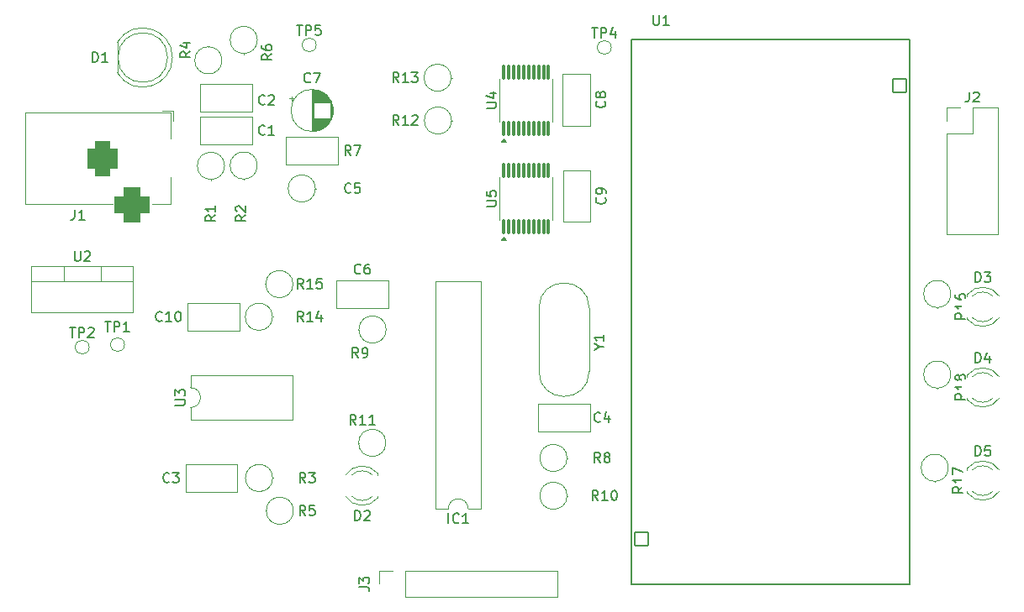
<source format=gbr>
%TF.GenerationSoftware,KiCad,Pcbnew,8.0.5*%
%TF.CreationDate,2024-12-04T22:32:08+01:00*%
%TF.ProjectId,ESP-Unit,4553502d-556e-4697-942e-6b696361645f,rev?*%
%TF.SameCoordinates,Original*%
%TF.FileFunction,Legend,Top*%
%TF.FilePolarity,Positive*%
%FSLAX46Y46*%
G04 Gerber Fmt 4.6, Leading zero omitted, Abs format (unit mm)*
G04 Created by KiCad (PCBNEW 8.0.5) date 2024-12-04 22:32:08*
%MOMM*%
%LPD*%
G01*
G04 APERTURE LIST*
G04 Aperture macros list*
%AMRoundRect*
0 Rectangle with rounded corners*
0 $1 Rounding radius*
0 $2 $3 $4 $5 $6 $7 $8 $9 X,Y pos of 4 corners*
0 Add a 4 corners polygon primitive as box body*
4,1,4,$2,$3,$4,$5,$6,$7,$8,$9,$2,$3,0*
0 Add four circle primitives for the rounded corners*
1,1,$1+$1,$2,$3*
1,1,$1+$1,$4,$5*
1,1,$1+$1,$6,$7*
1,1,$1+$1,$8,$9*
0 Add four rect primitives between the rounded corners*
20,1,$1+$1,$2,$3,$4,$5,0*
20,1,$1+$1,$4,$5,$6,$7,0*
20,1,$1+$1,$6,$7,$8,$9,0*
20,1,$1+$1,$8,$9,$2,$3,0*%
G04 Aperture macros list end*
%ADD10C,0.150000*%
%ADD11C,0.120000*%
%ADD12C,0.127000*%
%ADD13RoundRect,0.075000X0.075000X-0.662500X0.075000X0.662500X-0.075000X0.662500X-0.075000X-0.662500X0*%
%ADD14R,1.600000X2.400000*%
%ADD15O,1.600000X2.400000*%
%ADD16O,1.600000X1.600000*%
%ADD17C,1.600000*%
%ADD18C,0.800000*%
%ADD19C,6.400000*%
%ADD20C,1.000000*%
%ADD21C,1.500000*%
%ADD22C,1.200000*%
%ADD23R,1.200000X1.200000*%
%ADD24R,1.800000X1.800000*%
%ADD25C,1.800000*%
%ADD26R,2.400000X1.600000*%
%ADD27O,2.400000X1.600000*%
%ADD28O,1.905000X2.000000*%
%ADD29R,1.905000X2.000000*%
%ADD30R,1.700000X1.700000*%
%ADD31O,1.700000X1.700000*%
%ADD32RoundRect,0.875000X-0.875000X-0.875000X0.875000X-0.875000X0.875000X0.875000X-0.875000X0.875000X0*%
%ADD33RoundRect,0.750000X-0.750000X-1.000000X0.750000X-1.000000X0.750000X1.000000X-0.750000X1.000000X0*%
%ADD34R,3.500000X3.500000*%
%ADD35C,2.250000*%
%ADD36RoundRect,0.102000X-0.675000X-0.675000X0.675000X-0.675000X0.675000X0.675000X-0.675000X0.675000X0*%
%ADD37C,1.554000*%
G04 APERTURE END LIST*
D10*
X200474819Y-70357904D02*
X201284342Y-70357904D01*
X201284342Y-70357904D02*
X201379580Y-70310285D01*
X201379580Y-70310285D02*
X201427200Y-70262666D01*
X201427200Y-70262666D02*
X201474819Y-70167428D01*
X201474819Y-70167428D02*
X201474819Y-69976952D01*
X201474819Y-69976952D02*
X201427200Y-69881714D01*
X201427200Y-69881714D02*
X201379580Y-69834095D01*
X201379580Y-69834095D02*
X201284342Y-69786476D01*
X201284342Y-69786476D02*
X200474819Y-69786476D01*
X200474819Y-68834095D02*
X200474819Y-69310285D01*
X200474819Y-69310285D02*
X200951009Y-69357904D01*
X200951009Y-69357904D02*
X200903390Y-69310285D01*
X200903390Y-69310285D02*
X200855771Y-69215047D01*
X200855771Y-69215047D02*
X200855771Y-68976952D01*
X200855771Y-68976952D02*
X200903390Y-68881714D01*
X200903390Y-68881714D02*
X200951009Y-68834095D01*
X200951009Y-68834095D02*
X201046247Y-68786476D01*
X201046247Y-68786476D02*
X201284342Y-68786476D01*
X201284342Y-68786476D02*
X201379580Y-68834095D01*
X201379580Y-68834095D02*
X201427200Y-68881714D01*
X201427200Y-68881714D02*
X201474819Y-68976952D01*
X201474819Y-68976952D02*
X201474819Y-69215047D01*
X201474819Y-69215047D02*
X201427200Y-69310285D01*
X201427200Y-69310285D02*
X201379580Y-69357904D01*
X200474819Y-60451904D02*
X201284342Y-60451904D01*
X201284342Y-60451904D02*
X201379580Y-60404285D01*
X201379580Y-60404285D02*
X201427200Y-60356666D01*
X201427200Y-60356666D02*
X201474819Y-60261428D01*
X201474819Y-60261428D02*
X201474819Y-60070952D01*
X201474819Y-60070952D02*
X201427200Y-59975714D01*
X201427200Y-59975714D02*
X201379580Y-59928095D01*
X201379580Y-59928095D02*
X201284342Y-59880476D01*
X201284342Y-59880476D02*
X200474819Y-59880476D01*
X200808152Y-58975714D02*
X201474819Y-58975714D01*
X200427200Y-59213809D02*
X201141485Y-59451904D01*
X201141485Y-59451904D02*
X201141485Y-58832857D01*
X169127819Y-90428904D02*
X169937342Y-90428904D01*
X169937342Y-90428904D02*
X170032580Y-90381285D01*
X170032580Y-90381285D02*
X170080200Y-90333666D01*
X170080200Y-90333666D02*
X170127819Y-90238428D01*
X170127819Y-90238428D02*
X170127819Y-90047952D01*
X170127819Y-90047952D02*
X170080200Y-89952714D01*
X170080200Y-89952714D02*
X170032580Y-89905095D01*
X170032580Y-89905095D02*
X169937342Y-89857476D01*
X169937342Y-89857476D02*
X169127819Y-89857476D01*
X169127819Y-89476523D02*
X169127819Y-88857476D01*
X169127819Y-88857476D02*
X169508771Y-89190809D01*
X169508771Y-89190809D02*
X169508771Y-89047952D01*
X169508771Y-89047952D02*
X169556390Y-88952714D01*
X169556390Y-88952714D02*
X169604009Y-88905095D01*
X169604009Y-88905095D02*
X169699247Y-88857476D01*
X169699247Y-88857476D02*
X169937342Y-88857476D01*
X169937342Y-88857476D02*
X170032580Y-88905095D01*
X170032580Y-88905095D02*
X170080200Y-88952714D01*
X170080200Y-88952714D02*
X170127819Y-89047952D01*
X170127819Y-89047952D02*
X170127819Y-89333666D01*
X170127819Y-89333666D02*
X170080200Y-89428904D01*
X170080200Y-89428904D02*
X170032580Y-89476523D01*
X173174819Y-71286666D02*
X172698628Y-71619999D01*
X173174819Y-71858094D02*
X172174819Y-71858094D01*
X172174819Y-71858094D02*
X172174819Y-71477142D01*
X172174819Y-71477142D02*
X172222438Y-71381904D01*
X172222438Y-71381904D02*
X172270057Y-71334285D01*
X172270057Y-71334285D02*
X172365295Y-71286666D01*
X172365295Y-71286666D02*
X172508152Y-71286666D01*
X172508152Y-71286666D02*
X172603390Y-71334285D01*
X172603390Y-71334285D02*
X172651009Y-71381904D01*
X172651009Y-71381904D02*
X172698628Y-71477142D01*
X172698628Y-71477142D02*
X172698628Y-71858094D01*
X173174819Y-70334285D02*
X173174819Y-70905713D01*
X173174819Y-70619999D02*
X172174819Y-70619999D01*
X172174819Y-70619999D02*
X172317676Y-70715237D01*
X172317676Y-70715237D02*
X172412914Y-70810475D01*
X172412914Y-70810475D02*
X172460533Y-70905713D01*
X178141333Y-63097580D02*
X178093714Y-63145200D01*
X178093714Y-63145200D02*
X177950857Y-63192819D01*
X177950857Y-63192819D02*
X177855619Y-63192819D01*
X177855619Y-63192819D02*
X177712762Y-63145200D01*
X177712762Y-63145200D02*
X177617524Y-63049961D01*
X177617524Y-63049961D02*
X177569905Y-62954723D01*
X177569905Y-62954723D02*
X177522286Y-62764247D01*
X177522286Y-62764247D02*
X177522286Y-62621390D01*
X177522286Y-62621390D02*
X177569905Y-62430914D01*
X177569905Y-62430914D02*
X177617524Y-62335676D01*
X177617524Y-62335676D02*
X177712762Y-62240438D01*
X177712762Y-62240438D02*
X177855619Y-62192819D01*
X177855619Y-62192819D02*
X177950857Y-62192819D01*
X177950857Y-62192819D02*
X178093714Y-62240438D01*
X178093714Y-62240438D02*
X178141333Y-62288057D01*
X179093714Y-63192819D02*
X178522286Y-63192819D01*
X178808000Y-63192819D02*
X178808000Y-62192819D01*
X178808000Y-62192819D02*
X178712762Y-62335676D01*
X178712762Y-62335676D02*
X178617524Y-62430914D01*
X178617524Y-62430914D02*
X178522286Y-62478533D01*
X158504095Y-82588819D02*
X159075523Y-82588819D01*
X158789809Y-83588819D02*
X158789809Y-82588819D01*
X159408857Y-83588819D02*
X159408857Y-82588819D01*
X159408857Y-82588819D02*
X159789809Y-82588819D01*
X159789809Y-82588819D02*
X159885047Y-82636438D01*
X159885047Y-82636438D02*
X159932666Y-82684057D01*
X159932666Y-82684057D02*
X159980285Y-82779295D01*
X159980285Y-82779295D02*
X159980285Y-82922152D01*
X159980285Y-82922152D02*
X159932666Y-83017390D01*
X159932666Y-83017390D02*
X159885047Y-83065009D01*
X159885047Y-83065009D02*
X159789809Y-83112628D01*
X159789809Y-83112628D02*
X159408857Y-83112628D01*
X160361238Y-82684057D02*
X160408857Y-82636438D01*
X160408857Y-82636438D02*
X160504095Y-82588819D01*
X160504095Y-82588819D02*
X160742190Y-82588819D01*
X160742190Y-82588819D02*
X160837428Y-82636438D01*
X160837428Y-82636438D02*
X160885047Y-82684057D01*
X160885047Y-82684057D02*
X160932666Y-82779295D01*
X160932666Y-82779295D02*
X160932666Y-82874533D01*
X160932666Y-82874533D02*
X160885047Y-83017390D01*
X160885047Y-83017390D02*
X160313619Y-83588819D01*
X160313619Y-83588819D02*
X160932666Y-83588819D01*
X182240333Y-98234819D02*
X181907000Y-97758628D01*
X181668905Y-98234819D02*
X181668905Y-97234819D01*
X181668905Y-97234819D02*
X182049857Y-97234819D01*
X182049857Y-97234819D02*
X182145095Y-97282438D01*
X182145095Y-97282438D02*
X182192714Y-97330057D01*
X182192714Y-97330057D02*
X182240333Y-97425295D01*
X182240333Y-97425295D02*
X182240333Y-97568152D01*
X182240333Y-97568152D02*
X182192714Y-97663390D01*
X182192714Y-97663390D02*
X182145095Y-97711009D01*
X182145095Y-97711009D02*
X182049857Y-97758628D01*
X182049857Y-97758628D02*
X181668905Y-97758628D01*
X182573667Y-97234819D02*
X183192714Y-97234819D01*
X183192714Y-97234819D02*
X182859381Y-97615771D01*
X182859381Y-97615771D02*
X183002238Y-97615771D01*
X183002238Y-97615771D02*
X183097476Y-97663390D01*
X183097476Y-97663390D02*
X183145095Y-97711009D01*
X183145095Y-97711009D02*
X183192714Y-97806247D01*
X183192714Y-97806247D02*
X183192714Y-98044342D01*
X183192714Y-98044342D02*
X183145095Y-98139580D01*
X183145095Y-98139580D02*
X183097476Y-98187200D01*
X183097476Y-98187200D02*
X183002238Y-98234819D01*
X183002238Y-98234819D02*
X182716524Y-98234819D01*
X182716524Y-98234819D02*
X182621286Y-98187200D01*
X182621286Y-98187200D02*
X182573667Y-98139580D01*
X248696819Y-81131857D02*
X248220628Y-81465190D01*
X248696819Y-81703285D02*
X247696819Y-81703285D01*
X247696819Y-81703285D02*
X247696819Y-81322333D01*
X247696819Y-81322333D02*
X247744438Y-81227095D01*
X247744438Y-81227095D02*
X247792057Y-81179476D01*
X247792057Y-81179476D02*
X247887295Y-81131857D01*
X247887295Y-81131857D02*
X248030152Y-81131857D01*
X248030152Y-81131857D02*
X248125390Y-81179476D01*
X248125390Y-81179476D02*
X248173009Y-81227095D01*
X248173009Y-81227095D02*
X248220628Y-81322333D01*
X248220628Y-81322333D02*
X248220628Y-81703285D01*
X248696819Y-80179476D02*
X248696819Y-80750904D01*
X248696819Y-80465190D02*
X247696819Y-80465190D01*
X247696819Y-80465190D02*
X247839676Y-80560428D01*
X247839676Y-80560428D02*
X247934914Y-80655666D01*
X247934914Y-80655666D02*
X247982533Y-80750904D01*
X247696819Y-79322333D02*
X247696819Y-79512809D01*
X247696819Y-79512809D02*
X247744438Y-79608047D01*
X247744438Y-79608047D02*
X247792057Y-79655666D01*
X247792057Y-79655666D02*
X247934914Y-79750904D01*
X247934914Y-79750904D02*
X248125390Y-79798523D01*
X248125390Y-79798523D02*
X248506342Y-79798523D01*
X248506342Y-79798523D02*
X248601580Y-79750904D01*
X248601580Y-79750904D02*
X248649200Y-79703285D01*
X248649200Y-79703285D02*
X248696819Y-79608047D01*
X248696819Y-79608047D02*
X248696819Y-79417571D01*
X248696819Y-79417571D02*
X248649200Y-79322333D01*
X248649200Y-79322333D02*
X248601580Y-79274714D01*
X248601580Y-79274714D02*
X248506342Y-79227095D01*
X248506342Y-79227095D02*
X248268247Y-79227095D01*
X248268247Y-79227095D02*
X248173009Y-79274714D01*
X248173009Y-79274714D02*
X248125390Y-79322333D01*
X248125390Y-79322333D02*
X248077771Y-79417571D01*
X248077771Y-79417571D02*
X248077771Y-79608047D01*
X248077771Y-79608047D02*
X248125390Y-79703285D01*
X248125390Y-79703285D02*
X248173009Y-79750904D01*
X248173009Y-79750904D02*
X248268247Y-79798523D01*
X182018142Y-81978819D02*
X181684809Y-81502628D01*
X181446714Y-81978819D02*
X181446714Y-80978819D01*
X181446714Y-80978819D02*
X181827666Y-80978819D01*
X181827666Y-80978819D02*
X181922904Y-81026438D01*
X181922904Y-81026438D02*
X181970523Y-81074057D01*
X181970523Y-81074057D02*
X182018142Y-81169295D01*
X182018142Y-81169295D02*
X182018142Y-81312152D01*
X182018142Y-81312152D02*
X181970523Y-81407390D01*
X181970523Y-81407390D02*
X181922904Y-81455009D01*
X181922904Y-81455009D02*
X181827666Y-81502628D01*
X181827666Y-81502628D02*
X181446714Y-81502628D01*
X182970523Y-81978819D02*
X182399095Y-81978819D01*
X182684809Y-81978819D02*
X182684809Y-80978819D01*
X182684809Y-80978819D02*
X182589571Y-81121676D01*
X182589571Y-81121676D02*
X182494333Y-81216914D01*
X182494333Y-81216914D02*
X182399095Y-81264533D01*
X183827666Y-81312152D02*
X183827666Y-81978819D01*
X183589571Y-80931200D02*
X183351476Y-81645485D01*
X183351476Y-81645485D02*
X183970523Y-81645485D01*
X211829628Y-84540190D02*
X212305819Y-84540190D01*
X211305819Y-84873523D02*
X211829628Y-84540190D01*
X211829628Y-84540190D02*
X211305819Y-84206857D01*
X212305819Y-83349714D02*
X212305819Y-83921142D01*
X212305819Y-83635428D02*
X211305819Y-83635428D01*
X211305819Y-83635428D02*
X211448676Y-83730666D01*
X211448676Y-83730666D02*
X211543914Y-83825904D01*
X211543914Y-83825904D02*
X211591533Y-83921142D01*
X187559333Y-85628819D02*
X187226000Y-85152628D01*
X186987905Y-85628819D02*
X186987905Y-84628819D01*
X186987905Y-84628819D02*
X187368857Y-84628819D01*
X187368857Y-84628819D02*
X187464095Y-84676438D01*
X187464095Y-84676438D02*
X187511714Y-84724057D01*
X187511714Y-84724057D02*
X187559333Y-84819295D01*
X187559333Y-84819295D02*
X187559333Y-84962152D01*
X187559333Y-84962152D02*
X187511714Y-85057390D01*
X187511714Y-85057390D02*
X187464095Y-85105009D01*
X187464095Y-85105009D02*
X187368857Y-85152628D01*
X187368857Y-85152628D02*
X186987905Y-85152628D01*
X188035524Y-85628819D02*
X188226000Y-85628819D01*
X188226000Y-85628819D02*
X188321238Y-85581200D01*
X188321238Y-85581200D02*
X188368857Y-85533580D01*
X188368857Y-85533580D02*
X188464095Y-85390723D01*
X188464095Y-85390723D02*
X188511714Y-85200247D01*
X188511714Y-85200247D02*
X188511714Y-84819295D01*
X188511714Y-84819295D02*
X188464095Y-84724057D01*
X188464095Y-84724057D02*
X188416476Y-84676438D01*
X188416476Y-84676438D02*
X188321238Y-84628819D01*
X188321238Y-84628819D02*
X188130762Y-84628819D01*
X188130762Y-84628819D02*
X188035524Y-84676438D01*
X188035524Y-84676438D02*
X187987905Y-84724057D01*
X187987905Y-84724057D02*
X187940286Y-84819295D01*
X187940286Y-84819295D02*
X187940286Y-85057390D01*
X187940286Y-85057390D02*
X187987905Y-85152628D01*
X187987905Y-85152628D02*
X188035524Y-85200247D01*
X188035524Y-85200247D02*
X188130762Y-85247866D01*
X188130762Y-85247866D02*
X188321238Y-85247866D01*
X188321238Y-85247866D02*
X188416476Y-85200247D01*
X188416476Y-85200247D02*
X188464095Y-85152628D01*
X188464095Y-85152628D02*
X188511714Y-85057390D01*
X182740734Y-57815580D02*
X182693115Y-57863200D01*
X182693115Y-57863200D02*
X182550258Y-57910819D01*
X182550258Y-57910819D02*
X182455020Y-57910819D01*
X182455020Y-57910819D02*
X182312163Y-57863200D01*
X182312163Y-57863200D02*
X182216925Y-57767961D01*
X182216925Y-57767961D02*
X182169306Y-57672723D01*
X182169306Y-57672723D02*
X182121687Y-57482247D01*
X182121687Y-57482247D02*
X182121687Y-57339390D01*
X182121687Y-57339390D02*
X182169306Y-57148914D01*
X182169306Y-57148914D02*
X182216925Y-57053676D01*
X182216925Y-57053676D02*
X182312163Y-56958438D01*
X182312163Y-56958438D02*
X182455020Y-56910819D01*
X182455020Y-56910819D02*
X182550258Y-56910819D01*
X182550258Y-56910819D02*
X182693115Y-56958438D01*
X182693115Y-56958438D02*
X182740734Y-57006057D01*
X183074068Y-56910819D02*
X183740734Y-56910819D01*
X183740734Y-56910819D02*
X183312163Y-57910819D01*
X178141333Y-60049580D02*
X178093714Y-60097200D01*
X178093714Y-60097200D02*
X177950857Y-60144819D01*
X177950857Y-60144819D02*
X177855619Y-60144819D01*
X177855619Y-60144819D02*
X177712762Y-60097200D01*
X177712762Y-60097200D02*
X177617524Y-60001961D01*
X177617524Y-60001961D02*
X177569905Y-59906723D01*
X177569905Y-59906723D02*
X177522286Y-59716247D01*
X177522286Y-59716247D02*
X177522286Y-59573390D01*
X177522286Y-59573390D02*
X177569905Y-59382914D01*
X177569905Y-59382914D02*
X177617524Y-59287676D01*
X177617524Y-59287676D02*
X177712762Y-59192438D01*
X177712762Y-59192438D02*
X177855619Y-59144819D01*
X177855619Y-59144819D02*
X177950857Y-59144819D01*
X177950857Y-59144819D02*
X178093714Y-59192438D01*
X178093714Y-59192438D02*
X178141333Y-59240057D01*
X178522286Y-59240057D02*
X178569905Y-59192438D01*
X178569905Y-59192438D02*
X178665143Y-59144819D01*
X178665143Y-59144819D02*
X178903238Y-59144819D01*
X178903238Y-59144819D02*
X178998476Y-59192438D01*
X178998476Y-59192438D02*
X179046095Y-59240057D01*
X179046095Y-59240057D02*
X179093714Y-59335295D01*
X179093714Y-59335295D02*
X179093714Y-59430533D01*
X179093714Y-59430533D02*
X179046095Y-59573390D01*
X179046095Y-59573390D02*
X178474667Y-60144819D01*
X178474667Y-60144819D02*
X179093714Y-60144819D01*
X249700905Y-95538819D02*
X249700905Y-94538819D01*
X249700905Y-94538819D02*
X249939000Y-94538819D01*
X249939000Y-94538819D02*
X250081857Y-94586438D01*
X250081857Y-94586438D02*
X250177095Y-94681676D01*
X250177095Y-94681676D02*
X250224714Y-94776914D01*
X250224714Y-94776914D02*
X250272333Y-94967390D01*
X250272333Y-94967390D02*
X250272333Y-95110247D01*
X250272333Y-95110247D02*
X250224714Y-95300723D01*
X250224714Y-95300723D02*
X250177095Y-95395961D01*
X250177095Y-95395961D02*
X250081857Y-95491200D01*
X250081857Y-95491200D02*
X249939000Y-95538819D01*
X249939000Y-95538819D02*
X249700905Y-95538819D01*
X251177095Y-94538819D02*
X250700905Y-94538819D01*
X250700905Y-94538819D02*
X250653286Y-95015009D01*
X250653286Y-95015009D02*
X250700905Y-94967390D01*
X250700905Y-94967390D02*
X250796143Y-94919771D01*
X250796143Y-94919771D02*
X251034238Y-94919771D01*
X251034238Y-94919771D02*
X251129476Y-94967390D01*
X251129476Y-94967390D02*
X251177095Y-95015009D01*
X251177095Y-95015009D02*
X251224714Y-95110247D01*
X251224714Y-95110247D02*
X251224714Y-95348342D01*
X251224714Y-95348342D02*
X251177095Y-95443580D01*
X251177095Y-95443580D02*
X251129476Y-95491200D01*
X251129476Y-95491200D02*
X251034238Y-95538819D01*
X251034238Y-95538819D02*
X250796143Y-95538819D01*
X250796143Y-95538819D02*
X250700905Y-95491200D01*
X250700905Y-95491200D02*
X250653286Y-95443580D01*
X211082095Y-52362819D02*
X211653523Y-52362819D01*
X211367809Y-53362819D02*
X211367809Y-52362819D01*
X211986857Y-53362819D02*
X211986857Y-52362819D01*
X211986857Y-52362819D02*
X212367809Y-52362819D01*
X212367809Y-52362819D02*
X212463047Y-52410438D01*
X212463047Y-52410438D02*
X212510666Y-52458057D01*
X212510666Y-52458057D02*
X212558285Y-52553295D01*
X212558285Y-52553295D02*
X212558285Y-52696152D01*
X212558285Y-52696152D02*
X212510666Y-52791390D01*
X212510666Y-52791390D02*
X212463047Y-52839009D01*
X212463047Y-52839009D02*
X212367809Y-52886628D01*
X212367809Y-52886628D02*
X211986857Y-52886628D01*
X213415428Y-52696152D02*
X213415428Y-53362819D01*
X213177333Y-52315200D02*
X212939238Y-53029485D01*
X212939238Y-53029485D02*
X213558285Y-53029485D01*
X211938333Y-92043580D02*
X211890714Y-92091200D01*
X211890714Y-92091200D02*
X211747857Y-92138819D01*
X211747857Y-92138819D02*
X211652619Y-92138819D01*
X211652619Y-92138819D02*
X211509762Y-92091200D01*
X211509762Y-92091200D02*
X211414524Y-91995961D01*
X211414524Y-91995961D02*
X211366905Y-91900723D01*
X211366905Y-91900723D02*
X211319286Y-91710247D01*
X211319286Y-91710247D02*
X211319286Y-91567390D01*
X211319286Y-91567390D02*
X211366905Y-91376914D01*
X211366905Y-91376914D02*
X211414524Y-91281676D01*
X211414524Y-91281676D02*
X211509762Y-91186438D01*
X211509762Y-91186438D02*
X211652619Y-91138819D01*
X211652619Y-91138819D02*
X211747857Y-91138819D01*
X211747857Y-91138819D02*
X211890714Y-91186438D01*
X211890714Y-91186438D02*
X211938333Y-91234057D01*
X212795476Y-91472152D02*
X212795476Y-92138819D01*
X212557381Y-91091200D02*
X212319286Y-91805485D01*
X212319286Y-91805485D02*
X212938333Y-91805485D01*
X168524333Y-98139580D02*
X168476714Y-98187200D01*
X168476714Y-98187200D02*
X168333857Y-98234819D01*
X168333857Y-98234819D02*
X168238619Y-98234819D01*
X168238619Y-98234819D02*
X168095762Y-98187200D01*
X168095762Y-98187200D02*
X168000524Y-98091961D01*
X168000524Y-98091961D02*
X167952905Y-97996723D01*
X167952905Y-97996723D02*
X167905286Y-97806247D01*
X167905286Y-97806247D02*
X167905286Y-97663390D01*
X167905286Y-97663390D02*
X167952905Y-97472914D01*
X167952905Y-97472914D02*
X168000524Y-97377676D01*
X168000524Y-97377676D02*
X168095762Y-97282438D01*
X168095762Y-97282438D02*
X168238619Y-97234819D01*
X168238619Y-97234819D02*
X168333857Y-97234819D01*
X168333857Y-97234819D02*
X168476714Y-97282438D01*
X168476714Y-97282438D02*
X168524333Y-97330057D01*
X168857667Y-97234819D02*
X169476714Y-97234819D01*
X169476714Y-97234819D02*
X169143381Y-97615771D01*
X169143381Y-97615771D02*
X169286238Y-97615771D01*
X169286238Y-97615771D02*
X169381476Y-97663390D01*
X169381476Y-97663390D02*
X169429095Y-97711009D01*
X169429095Y-97711009D02*
X169476714Y-97806247D01*
X169476714Y-97806247D02*
X169476714Y-98044342D01*
X169476714Y-98044342D02*
X169429095Y-98139580D01*
X169429095Y-98139580D02*
X169381476Y-98187200D01*
X169381476Y-98187200D02*
X169286238Y-98234819D01*
X169286238Y-98234819D02*
X169000524Y-98234819D01*
X169000524Y-98234819D02*
X168905286Y-98187200D01*
X168905286Y-98187200D02*
X168857667Y-98139580D01*
X196650810Y-102342819D02*
X196650810Y-101342819D01*
X197698428Y-102247580D02*
X197650809Y-102295200D01*
X197650809Y-102295200D02*
X197507952Y-102342819D01*
X197507952Y-102342819D02*
X197412714Y-102342819D01*
X197412714Y-102342819D02*
X197269857Y-102295200D01*
X197269857Y-102295200D02*
X197174619Y-102199961D01*
X197174619Y-102199961D02*
X197127000Y-102104723D01*
X197127000Y-102104723D02*
X197079381Y-101914247D01*
X197079381Y-101914247D02*
X197079381Y-101771390D01*
X197079381Y-101771390D02*
X197127000Y-101580914D01*
X197127000Y-101580914D02*
X197174619Y-101485676D01*
X197174619Y-101485676D02*
X197269857Y-101390438D01*
X197269857Y-101390438D02*
X197412714Y-101342819D01*
X197412714Y-101342819D02*
X197507952Y-101342819D01*
X197507952Y-101342819D02*
X197650809Y-101390438D01*
X197650809Y-101390438D02*
X197698428Y-101438057D01*
X198650809Y-102342819D02*
X198079381Y-102342819D01*
X198365095Y-102342819D02*
X198365095Y-101342819D01*
X198365095Y-101342819D02*
X198269857Y-101485676D01*
X198269857Y-101485676D02*
X198174619Y-101580914D01*
X198174619Y-101580914D02*
X198079381Y-101628533D01*
X248442819Y-98657857D02*
X247966628Y-98991190D01*
X248442819Y-99229285D02*
X247442819Y-99229285D01*
X247442819Y-99229285D02*
X247442819Y-98848333D01*
X247442819Y-98848333D02*
X247490438Y-98753095D01*
X247490438Y-98753095D02*
X247538057Y-98705476D01*
X247538057Y-98705476D02*
X247633295Y-98657857D01*
X247633295Y-98657857D02*
X247776152Y-98657857D01*
X247776152Y-98657857D02*
X247871390Y-98705476D01*
X247871390Y-98705476D02*
X247919009Y-98753095D01*
X247919009Y-98753095D02*
X247966628Y-98848333D01*
X247966628Y-98848333D02*
X247966628Y-99229285D01*
X248442819Y-97705476D02*
X248442819Y-98276904D01*
X248442819Y-97991190D02*
X247442819Y-97991190D01*
X247442819Y-97991190D02*
X247585676Y-98086428D01*
X247585676Y-98086428D02*
X247680914Y-98181666D01*
X247680914Y-98181666D02*
X247728533Y-98276904D01*
X247442819Y-97372142D02*
X247442819Y-96705476D01*
X247442819Y-96705476D02*
X248442819Y-97134047D01*
X160805905Y-55826819D02*
X160805905Y-54826819D01*
X160805905Y-54826819D02*
X161044000Y-54826819D01*
X161044000Y-54826819D02*
X161186857Y-54874438D01*
X161186857Y-54874438D02*
X161282095Y-54969676D01*
X161282095Y-54969676D02*
X161329714Y-55064914D01*
X161329714Y-55064914D02*
X161377333Y-55255390D01*
X161377333Y-55255390D02*
X161377333Y-55398247D01*
X161377333Y-55398247D02*
X161329714Y-55588723D01*
X161329714Y-55588723D02*
X161282095Y-55683961D01*
X161282095Y-55683961D02*
X161186857Y-55779200D01*
X161186857Y-55779200D02*
X161044000Y-55826819D01*
X161044000Y-55826819D02*
X160805905Y-55826819D01*
X162329714Y-55826819D02*
X161758286Y-55826819D01*
X162044000Y-55826819D02*
X162044000Y-54826819D01*
X162044000Y-54826819D02*
X161948762Y-54969676D01*
X161948762Y-54969676D02*
X161853524Y-55064914D01*
X161853524Y-55064914D02*
X161758286Y-55112533D01*
X162060095Y-82004819D02*
X162631523Y-82004819D01*
X162345809Y-83004819D02*
X162345809Y-82004819D01*
X162964857Y-83004819D02*
X162964857Y-82004819D01*
X162964857Y-82004819D02*
X163345809Y-82004819D01*
X163345809Y-82004819D02*
X163441047Y-82052438D01*
X163441047Y-82052438D02*
X163488666Y-82100057D01*
X163488666Y-82100057D02*
X163536285Y-82195295D01*
X163536285Y-82195295D02*
X163536285Y-82338152D01*
X163536285Y-82338152D02*
X163488666Y-82433390D01*
X163488666Y-82433390D02*
X163441047Y-82481009D01*
X163441047Y-82481009D02*
X163345809Y-82528628D01*
X163345809Y-82528628D02*
X162964857Y-82528628D01*
X164488666Y-83004819D02*
X163917238Y-83004819D01*
X164202952Y-83004819D02*
X164202952Y-82004819D01*
X164202952Y-82004819D02*
X164107714Y-82147676D01*
X164107714Y-82147676D02*
X164012476Y-82242914D01*
X164012476Y-82242914D02*
X163917238Y-82290533D01*
X211938333Y-96202819D02*
X211605000Y-95726628D01*
X211366905Y-96202819D02*
X211366905Y-95202819D01*
X211366905Y-95202819D02*
X211747857Y-95202819D01*
X211747857Y-95202819D02*
X211843095Y-95250438D01*
X211843095Y-95250438D02*
X211890714Y-95298057D01*
X211890714Y-95298057D02*
X211938333Y-95393295D01*
X211938333Y-95393295D02*
X211938333Y-95536152D01*
X211938333Y-95536152D02*
X211890714Y-95631390D01*
X211890714Y-95631390D02*
X211843095Y-95679009D01*
X211843095Y-95679009D02*
X211747857Y-95726628D01*
X211747857Y-95726628D02*
X211366905Y-95726628D01*
X212509762Y-95631390D02*
X212414524Y-95583771D01*
X212414524Y-95583771D02*
X212366905Y-95536152D01*
X212366905Y-95536152D02*
X212319286Y-95440914D01*
X212319286Y-95440914D02*
X212319286Y-95393295D01*
X212319286Y-95393295D02*
X212366905Y-95298057D01*
X212366905Y-95298057D02*
X212414524Y-95250438D01*
X212414524Y-95250438D02*
X212509762Y-95202819D01*
X212509762Y-95202819D02*
X212700238Y-95202819D01*
X212700238Y-95202819D02*
X212795476Y-95250438D01*
X212795476Y-95250438D02*
X212843095Y-95298057D01*
X212843095Y-95298057D02*
X212890714Y-95393295D01*
X212890714Y-95393295D02*
X212890714Y-95440914D01*
X212890714Y-95440914D02*
X212843095Y-95536152D01*
X212843095Y-95536152D02*
X212795476Y-95583771D01*
X212795476Y-95583771D02*
X212700238Y-95631390D01*
X212700238Y-95631390D02*
X212509762Y-95631390D01*
X212509762Y-95631390D02*
X212414524Y-95679009D01*
X212414524Y-95679009D02*
X212366905Y-95726628D01*
X212366905Y-95726628D02*
X212319286Y-95821866D01*
X212319286Y-95821866D02*
X212319286Y-96012342D01*
X212319286Y-96012342D02*
X212366905Y-96107580D01*
X212366905Y-96107580D02*
X212414524Y-96155200D01*
X212414524Y-96155200D02*
X212509762Y-96202819D01*
X212509762Y-96202819D02*
X212700238Y-96202819D01*
X212700238Y-96202819D02*
X212795476Y-96155200D01*
X212795476Y-96155200D02*
X212843095Y-96107580D01*
X212843095Y-96107580D02*
X212890714Y-96012342D01*
X212890714Y-96012342D02*
X212890714Y-95821866D01*
X212890714Y-95821866D02*
X212843095Y-95726628D01*
X212843095Y-95726628D02*
X212795476Y-95679009D01*
X212795476Y-95679009D02*
X212700238Y-95631390D01*
X159004095Y-74892819D02*
X159004095Y-75702342D01*
X159004095Y-75702342D02*
X159051714Y-75797580D01*
X159051714Y-75797580D02*
X159099333Y-75845200D01*
X159099333Y-75845200D02*
X159194571Y-75892819D01*
X159194571Y-75892819D02*
X159385047Y-75892819D01*
X159385047Y-75892819D02*
X159480285Y-75845200D01*
X159480285Y-75845200D02*
X159527904Y-75797580D01*
X159527904Y-75797580D02*
X159575523Y-75702342D01*
X159575523Y-75702342D02*
X159575523Y-74892819D01*
X160004095Y-74988057D02*
X160051714Y-74940438D01*
X160051714Y-74940438D02*
X160146952Y-74892819D01*
X160146952Y-74892819D02*
X160385047Y-74892819D01*
X160385047Y-74892819D02*
X160480285Y-74940438D01*
X160480285Y-74940438D02*
X160527904Y-74988057D01*
X160527904Y-74988057D02*
X160575523Y-75083295D01*
X160575523Y-75083295D02*
X160575523Y-75178533D01*
X160575523Y-75178533D02*
X160527904Y-75321390D01*
X160527904Y-75321390D02*
X159956476Y-75892819D01*
X159956476Y-75892819D02*
X160575523Y-75892819D01*
X187668819Y-108791333D02*
X188383104Y-108791333D01*
X188383104Y-108791333D02*
X188525961Y-108838952D01*
X188525961Y-108838952D02*
X188621200Y-108934190D01*
X188621200Y-108934190D02*
X188668819Y-109077047D01*
X188668819Y-109077047D02*
X188668819Y-109172285D01*
X187668819Y-108410380D02*
X187668819Y-107791333D01*
X187668819Y-107791333D02*
X188049771Y-108124666D01*
X188049771Y-108124666D02*
X188049771Y-107981809D01*
X188049771Y-107981809D02*
X188097390Y-107886571D01*
X188097390Y-107886571D02*
X188145009Y-107838952D01*
X188145009Y-107838952D02*
X188240247Y-107791333D01*
X188240247Y-107791333D02*
X188478342Y-107791333D01*
X188478342Y-107791333D02*
X188573580Y-107838952D01*
X188573580Y-107838952D02*
X188621200Y-107886571D01*
X188621200Y-107886571D02*
X188668819Y-107981809D01*
X188668819Y-107981809D02*
X188668819Y-108267523D01*
X188668819Y-108267523D02*
X188621200Y-108362761D01*
X188621200Y-108362761D02*
X188573580Y-108410380D01*
X249089666Y-58851819D02*
X249089666Y-59566104D01*
X249089666Y-59566104D02*
X249042047Y-59708961D01*
X249042047Y-59708961D02*
X248946809Y-59804200D01*
X248946809Y-59804200D02*
X248803952Y-59851819D01*
X248803952Y-59851819D02*
X248708714Y-59851819D01*
X249518238Y-58947057D02*
X249565857Y-58899438D01*
X249565857Y-58899438D02*
X249661095Y-58851819D01*
X249661095Y-58851819D02*
X249899190Y-58851819D01*
X249899190Y-58851819D02*
X249994428Y-58899438D01*
X249994428Y-58899438D02*
X250042047Y-58947057D01*
X250042047Y-58947057D02*
X250089666Y-59042295D01*
X250089666Y-59042295D02*
X250089666Y-59137533D01*
X250089666Y-59137533D02*
X250042047Y-59280390D01*
X250042047Y-59280390D02*
X249470619Y-59851819D01*
X249470619Y-59851819D02*
X250089666Y-59851819D01*
X211716142Y-100012819D02*
X211382809Y-99536628D01*
X211144714Y-100012819D02*
X211144714Y-99012819D01*
X211144714Y-99012819D02*
X211525666Y-99012819D01*
X211525666Y-99012819D02*
X211620904Y-99060438D01*
X211620904Y-99060438D02*
X211668523Y-99108057D01*
X211668523Y-99108057D02*
X211716142Y-99203295D01*
X211716142Y-99203295D02*
X211716142Y-99346152D01*
X211716142Y-99346152D02*
X211668523Y-99441390D01*
X211668523Y-99441390D02*
X211620904Y-99489009D01*
X211620904Y-99489009D02*
X211525666Y-99536628D01*
X211525666Y-99536628D02*
X211144714Y-99536628D01*
X212668523Y-100012819D02*
X212097095Y-100012819D01*
X212382809Y-100012819D02*
X212382809Y-99012819D01*
X212382809Y-99012819D02*
X212287571Y-99155676D01*
X212287571Y-99155676D02*
X212192333Y-99250914D01*
X212192333Y-99250914D02*
X212097095Y-99298533D01*
X213287571Y-99012819D02*
X213382809Y-99012819D01*
X213382809Y-99012819D02*
X213478047Y-99060438D01*
X213478047Y-99060438D02*
X213525666Y-99108057D01*
X213525666Y-99108057D02*
X213573285Y-99203295D01*
X213573285Y-99203295D02*
X213620904Y-99393771D01*
X213620904Y-99393771D02*
X213620904Y-99631866D01*
X213620904Y-99631866D02*
X213573285Y-99822342D01*
X213573285Y-99822342D02*
X213525666Y-99917580D01*
X213525666Y-99917580D02*
X213478047Y-99965200D01*
X213478047Y-99965200D02*
X213382809Y-100012819D01*
X213382809Y-100012819D02*
X213287571Y-100012819D01*
X213287571Y-100012819D02*
X213192333Y-99965200D01*
X213192333Y-99965200D02*
X213144714Y-99917580D01*
X213144714Y-99917580D02*
X213097095Y-99822342D01*
X213097095Y-99822342D02*
X213049476Y-99631866D01*
X213049476Y-99631866D02*
X213049476Y-99393771D01*
X213049476Y-99393771D02*
X213097095Y-99203295D01*
X213097095Y-99203295D02*
X213144714Y-99108057D01*
X213144714Y-99108057D02*
X213192333Y-99060438D01*
X213192333Y-99060438D02*
X213287571Y-99012819D01*
X248696819Y-89259857D02*
X248220628Y-89593190D01*
X248696819Y-89831285D02*
X247696819Y-89831285D01*
X247696819Y-89831285D02*
X247696819Y-89450333D01*
X247696819Y-89450333D02*
X247744438Y-89355095D01*
X247744438Y-89355095D02*
X247792057Y-89307476D01*
X247792057Y-89307476D02*
X247887295Y-89259857D01*
X247887295Y-89259857D02*
X248030152Y-89259857D01*
X248030152Y-89259857D02*
X248125390Y-89307476D01*
X248125390Y-89307476D02*
X248173009Y-89355095D01*
X248173009Y-89355095D02*
X248220628Y-89450333D01*
X248220628Y-89450333D02*
X248220628Y-89831285D01*
X248696819Y-88307476D02*
X248696819Y-88878904D01*
X248696819Y-88593190D02*
X247696819Y-88593190D01*
X247696819Y-88593190D02*
X247839676Y-88688428D01*
X247839676Y-88688428D02*
X247934914Y-88783666D01*
X247934914Y-88783666D02*
X247982533Y-88878904D01*
X248125390Y-87736047D02*
X248077771Y-87831285D01*
X248077771Y-87831285D02*
X248030152Y-87878904D01*
X248030152Y-87878904D02*
X247934914Y-87926523D01*
X247934914Y-87926523D02*
X247887295Y-87926523D01*
X247887295Y-87926523D02*
X247792057Y-87878904D01*
X247792057Y-87878904D02*
X247744438Y-87831285D01*
X247744438Y-87831285D02*
X247696819Y-87736047D01*
X247696819Y-87736047D02*
X247696819Y-87545571D01*
X247696819Y-87545571D02*
X247744438Y-87450333D01*
X247744438Y-87450333D02*
X247792057Y-87402714D01*
X247792057Y-87402714D02*
X247887295Y-87355095D01*
X247887295Y-87355095D02*
X247934914Y-87355095D01*
X247934914Y-87355095D02*
X248030152Y-87402714D01*
X248030152Y-87402714D02*
X248077771Y-87450333D01*
X248077771Y-87450333D02*
X248125390Y-87545571D01*
X248125390Y-87545571D02*
X248125390Y-87736047D01*
X248125390Y-87736047D02*
X248173009Y-87831285D01*
X248173009Y-87831285D02*
X248220628Y-87878904D01*
X248220628Y-87878904D02*
X248315866Y-87926523D01*
X248315866Y-87926523D02*
X248506342Y-87926523D01*
X248506342Y-87926523D02*
X248601580Y-87878904D01*
X248601580Y-87878904D02*
X248649200Y-87831285D01*
X248649200Y-87831285D02*
X248696819Y-87736047D01*
X248696819Y-87736047D02*
X248696819Y-87545571D01*
X248696819Y-87545571D02*
X248649200Y-87450333D01*
X248649200Y-87450333D02*
X248601580Y-87402714D01*
X248601580Y-87402714D02*
X248506342Y-87355095D01*
X248506342Y-87355095D02*
X248315866Y-87355095D01*
X248315866Y-87355095D02*
X248220628Y-87402714D01*
X248220628Y-87402714D02*
X248173009Y-87450333D01*
X248173009Y-87450333D02*
X248125390Y-87545571D01*
X212409580Y-69508666D02*
X212457200Y-69556285D01*
X212457200Y-69556285D02*
X212504819Y-69699142D01*
X212504819Y-69699142D02*
X212504819Y-69794380D01*
X212504819Y-69794380D02*
X212457200Y-69937237D01*
X212457200Y-69937237D02*
X212361961Y-70032475D01*
X212361961Y-70032475D02*
X212266723Y-70080094D01*
X212266723Y-70080094D02*
X212076247Y-70127713D01*
X212076247Y-70127713D02*
X211933390Y-70127713D01*
X211933390Y-70127713D02*
X211742914Y-70080094D01*
X211742914Y-70080094D02*
X211647676Y-70032475D01*
X211647676Y-70032475D02*
X211552438Y-69937237D01*
X211552438Y-69937237D02*
X211504819Y-69794380D01*
X211504819Y-69794380D02*
X211504819Y-69699142D01*
X211504819Y-69699142D02*
X211552438Y-69556285D01*
X211552438Y-69556285D02*
X211600057Y-69508666D01*
X212504819Y-69032475D02*
X212504819Y-68841999D01*
X212504819Y-68841999D02*
X212457200Y-68746761D01*
X212457200Y-68746761D02*
X212409580Y-68699142D01*
X212409580Y-68699142D02*
X212266723Y-68603904D01*
X212266723Y-68603904D02*
X212076247Y-68556285D01*
X212076247Y-68556285D02*
X211695295Y-68556285D01*
X211695295Y-68556285D02*
X211600057Y-68603904D01*
X211600057Y-68603904D02*
X211552438Y-68651523D01*
X211552438Y-68651523D02*
X211504819Y-68746761D01*
X211504819Y-68746761D02*
X211504819Y-68937237D01*
X211504819Y-68937237D02*
X211552438Y-69032475D01*
X211552438Y-69032475D02*
X211600057Y-69080094D01*
X211600057Y-69080094D02*
X211695295Y-69127713D01*
X211695295Y-69127713D02*
X211933390Y-69127713D01*
X211933390Y-69127713D02*
X212028628Y-69080094D01*
X212028628Y-69080094D02*
X212076247Y-69032475D01*
X212076247Y-69032475D02*
X212123866Y-68937237D01*
X212123866Y-68937237D02*
X212123866Y-68746761D01*
X212123866Y-68746761D02*
X212076247Y-68651523D01*
X212076247Y-68651523D02*
X212028628Y-68603904D01*
X212028628Y-68603904D02*
X211933390Y-68556285D01*
X182018142Y-78676819D02*
X181684809Y-78200628D01*
X181446714Y-78676819D02*
X181446714Y-77676819D01*
X181446714Y-77676819D02*
X181827666Y-77676819D01*
X181827666Y-77676819D02*
X181922904Y-77724438D01*
X181922904Y-77724438D02*
X181970523Y-77772057D01*
X181970523Y-77772057D02*
X182018142Y-77867295D01*
X182018142Y-77867295D02*
X182018142Y-78010152D01*
X182018142Y-78010152D02*
X181970523Y-78105390D01*
X181970523Y-78105390D02*
X181922904Y-78153009D01*
X181922904Y-78153009D02*
X181827666Y-78200628D01*
X181827666Y-78200628D02*
X181446714Y-78200628D01*
X182970523Y-78676819D02*
X182399095Y-78676819D01*
X182684809Y-78676819D02*
X182684809Y-77676819D01*
X182684809Y-77676819D02*
X182589571Y-77819676D01*
X182589571Y-77819676D02*
X182494333Y-77914914D01*
X182494333Y-77914914D02*
X182399095Y-77962533D01*
X183875285Y-77676819D02*
X183399095Y-77676819D01*
X183399095Y-77676819D02*
X183351476Y-78153009D01*
X183351476Y-78153009D02*
X183399095Y-78105390D01*
X183399095Y-78105390D02*
X183494333Y-78057771D01*
X183494333Y-78057771D02*
X183732428Y-78057771D01*
X183732428Y-78057771D02*
X183827666Y-78105390D01*
X183827666Y-78105390D02*
X183875285Y-78153009D01*
X183875285Y-78153009D02*
X183922904Y-78248247D01*
X183922904Y-78248247D02*
X183922904Y-78486342D01*
X183922904Y-78486342D02*
X183875285Y-78581580D01*
X183875285Y-78581580D02*
X183827666Y-78629200D01*
X183827666Y-78629200D02*
X183732428Y-78676819D01*
X183732428Y-78676819D02*
X183494333Y-78676819D01*
X183494333Y-78676819D02*
X183399095Y-78629200D01*
X183399095Y-78629200D02*
X183351476Y-78581580D01*
X191635142Y-62176819D02*
X191301809Y-61700628D01*
X191063714Y-62176819D02*
X191063714Y-61176819D01*
X191063714Y-61176819D02*
X191444666Y-61176819D01*
X191444666Y-61176819D02*
X191539904Y-61224438D01*
X191539904Y-61224438D02*
X191587523Y-61272057D01*
X191587523Y-61272057D02*
X191635142Y-61367295D01*
X191635142Y-61367295D02*
X191635142Y-61510152D01*
X191635142Y-61510152D02*
X191587523Y-61605390D01*
X191587523Y-61605390D02*
X191539904Y-61653009D01*
X191539904Y-61653009D02*
X191444666Y-61700628D01*
X191444666Y-61700628D02*
X191063714Y-61700628D01*
X192587523Y-62176819D02*
X192016095Y-62176819D01*
X192301809Y-62176819D02*
X192301809Y-61176819D01*
X192301809Y-61176819D02*
X192206571Y-61319676D01*
X192206571Y-61319676D02*
X192111333Y-61414914D01*
X192111333Y-61414914D02*
X192016095Y-61462533D01*
X192968476Y-61272057D02*
X193016095Y-61224438D01*
X193016095Y-61224438D02*
X193111333Y-61176819D01*
X193111333Y-61176819D02*
X193349428Y-61176819D01*
X193349428Y-61176819D02*
X193444666Y-61224438D01*
X193444666Y-61224438D02*
X193492285Y-61272057D01*
X193492285Y-61272057D02*
X193539904Y-61367295D01*
X193539904Y-61367295D02*
X193539904Y-61462533D01*
X193539904Y-61462533D02*
X193492285Y-61605390D01*
X193492285Y-61605390D02*
X192920857Y-62176819D01*
X192920857Y-62176819D02*
X193539904Y-62176819D01*
X249700905Y-78012819D02*
X249700905Y-77012819D01*
X249700905Y-77012819D02*
X249939000Y-77012819D01*
X249939000Y-77012819D02*
X250081857Y-77060438D01*
X250081857Y-77060438D02*
X250177095Y-77155676D01*
X250177095Y-77155676D02*
X250224714Y-77250914D01*
X250224714Y-77250914D02*
X250272333Y-77441390D01*
X250272333Y-77441390D02*
X250272333Y-77584247D01*
X250272333Y-77584247D02*
X250224714Y-77774723D01*
X250224714Y-77774723D02*
X250177095Y-77869961D01*
X250177095Y-77869961D02*
X250081857Y-77965200D01*
X250081857Y-77965200D02*
X249939000Y-78012819D01*
X249939000Y-78012819D02*
X249700905Y-78012819D01*
X250605667Y-77012819D02*
X251224714Y-77012819D01*
X251224714Y-77012819D02*
X250891381Y-77393771D01*
X250891381Y-77393771D02*
X251034238Y-77393771D01*
X251034238Y-77393771D02*
X251129476Y-77441390D01*
X251129476Y-77441390D02*
X251177095Y-77489009D01*
X251177095Y-77489009D02*
X251224714Y-77584247D01*
X251224714Y-77584247D02*
X251224714Y-77822342D01*
X251224714Y-77822342D02*
X251177095Y-77917580D01*
X251177095Y-77917580D02*
X251129476Y-77965200D01*
X251129476Y-77965200D02*
X251034238Y-78012819D01*
X251034238Y-78012819D02*
X250748524Y-78012819D01*
X250748524Y-78012819D02*
X250653286Y-77965200D01*
X250653286Y-77965200D02*
X250605667Y-77917580D01*
X178846819Y-55030666D02*
X178370628Y-55363999D01*
X178846819Y-55602094D02*
X177846819Y-55602094D01*
X177846819Y-55602094D02*
X177846819Y-55221142D01*
X177846819Y-55221142D02*
X177894438Y-55125904D01*
X177894438Y-55125904D02*
X177942057Y-55078285D01*
X177942057Y-55078285D02*
X178037295Y-55030666D01*
X178037295Y-55030666D02*
X178180152Y-55030666D01*
X178180152Y-55030666D02*
X178275390Y-55078285D01*
X178275390Y-55078285D02*
X178323009Y-55125904D01*
X178323009Y-55125904D02*
X178370628Y-55221142D01*
X178370628Y-55221142D02*
X178370628Y-55602094D01*
X177846819Y-54173523D02*
X177846819Y-54363999D01*
X177846819Y-54363999D02*
X177894438Y-54459237D01*
X177894438Y-54459237D02*
X177942057Y-54506856D01*
X177942057Y-54506856D02*
X178084914Y-54602094D01*
X178084914Y-54602094D02*
X178275390Y-54649713D01*
X178275390Y-54649713D02*
X178656342Y-54649713D01*
X178656342Y-54649713D02*
X178751580Y-54602094D01*
X178751580Y-54602094D02*
X178799200Y-54554475D01*
X178799200Y-54554475D02*
X178846819Y-54459237D01*
X178846819Y-54459237D02*
X178846819Y-54268761D01*
X178846819Y-54268761D02*
X178799200Y-54173523D01*
X178799200Y-54173523D02*
X178751580Y-54125904D01*
X178751580Y-54125904D02*
X178656342Y-54078285D01*
X178656342Y-54078285D02*
X178418247Y-54078285D01*
X178418247Y-54078285D02*
X178323009Y-54125904D01*
X178323009Y-54125904D02*
X178275390Y-54173523D01*
X178275390Y-54173523D02*
X178227771Y-54268761D01*
X178227771Y-54268761D02*
X178227771Y-54459237D01*
X178227771Y-54459237D02*
X178275390Y-54554475D01*
X178275390Y-54554475D02*
X178323009Y-54602094D01*
X178323009Y-54602094D02*
X178418247Y-54649713D01*
X159014666Y-70736819D02*
X159014666Y-71451104D01*
X159014666Y-71451104D02*
X158967047Y-71593961D01*
X158967047Y-71593961D02*
X158871809Y-71689200D01*
X158871809Y-71689200D02*
X158728952Y-71736819D01*
X158728952Y-71736819D02*
X158633714Y-71736819D01*
X160014666Y-71736819D02*
X159443238Y-71736819D01*
X159728952Y-71736819D02*
X159728952Y-70736819D01*
X159728952Y-70736819D02*
X159633714Y-70879676D01*
X159633714Y-70879676D02*
X159538476Y-70974914D01*
X159538476Y-70974914D02*
X159443238Y-71022533D01*
X187332142Y-92392819D02*
X186998809Y-91916628D01*
X186760714Y-92392819D02*
X186760714Y-91392819D01*
X186760714Y-91392819D02*
X187141666Y-91392819D01*
X187141666Y-91392819D02*
X187236904Y-91440438D01*
X187236904Y-91440438D02*
X187284523Y-91488057D01*
X187284523Y-91488057D02*
X187332142Y-91583295D01*
X187332142Y-91583295D02*
X187332142Y-91726152D01*
X187332142Y-91726152D02*
X187284523Y-91821390D01*
X187284523Y-91821390D02*
X187236904Y-91869009D01*
X187236904Y-91869009D02*
X187141666Y-91916628D01*
X187141666Y-91916628D02*
X186760714Y-91916628D01*
X188284523Y-92392819D02*
X187713095Y-92392819D01*
X187998809Y-92392819D02*
X187998809Y-91392819D01*
X187998809Y-91392819D02*
X187903571Y-91535676D01*
X187903571Y-91535676D02*
X187808333Y-91630914D01*
X187808333Y-91630914D02*
X187713095Y-91678533D01*
X189236904Y-92392819D02*
X188665476Y-92392819D01*
X188951190Y-92392819D02*
X188951190Y-91392819D01*
X188951190Y-91392819D02*
X188855952Y-91535676D01*
X188855952Y-91535676D02*
X188760714Y-91630914D01*
X188760714Y-91630914D02*
X188665476Y-91678533D01*
X187216905Y-102054819D02*
X187216905Y-101054819D01*
X187216905Y-101054819D02*
X187455000Y-101054819D01*
X187455000Y-101054819D02*
X187597857Y-101102438D01*
X187597857Y-101102438D02*
X187693095Y-101197676D01*
X187693095Y-101197676D02*
X187740714Y-101292914D01*
X187740714Y-101292914D02*
X187788333Y-101483390D01*
X187788333Y-101483390D02*
X187788333Y-101626247D01*
X187788333Y-101626247D02*
X187740714Y-101816723D01*
X187740714Y-101816723D02*
X187693095Y-101911961D01*
X187693095Y-101911961D02*
X187597857Y-102007200D01*
X187597857Y-102007200D02*
X187455000Y-102054819D01*
X187455000Y-102054819D02*
X187216905Y-102054819D01*
X188169286Y-101150057D02*
X188216905Y-101102438D01*
X188216905Y-101102438D02*
X188312143Y-101054819D01*
X188312143Y-101054819D02*
X188550238Y-101054819D01*
X188550238Y-101054819D02*
X188645476Y-101102438D01*
X188645476Y-101102438D02*
X188693095Y-101150057D01*
X188693095Y-101150057D02*
X188740714Y-101245295D01*
X188740714Y-101245295D02*
X188740714Y-101340533D01*
X188740714Y-101340533D02*
X188693095Y-101483390D01*
X188693095Y-101483390D02*
X188121667Y-102054819D01*
X188121667Y-102054819D02*
X188740714Y-102054819D01*
X186808734Y-65224819D02*
X186475401Y-64748628D01*
X186237306Y-65224819D02*
X186237306Y-64224819D01*
X186237306Y-64224819D02*
X186618258Y-64224819D01*
X186618258Y-64224819D02*
X186713496Y-64272438D01*
X186713496Y-64272438D02*
X186761115Y-64320057D01*
X186761115Y-64320057D02*
X186808734Y-64415295D01*
X186808734Y-64415295D02*
X186808734Y-64558152D01*
X186808734Y-64558152D02*
X186761115Y-64653390D01*
X186761115Y-64653390D02*
X186713496Y-64701009D01*
X186713496Y-64701009D02*
X186618258Y-64748628D01*
X186618258Y-64748628D02*
X186237306Y-64748628D01*
X187142068Y-64224819D02*
X187808734Y-64224819D01*
X187808734Y-64224819D02*
X187380163Y-65224819D01*
X187793333Y-77107580D02*
X187745714Y-77155200D01*
X187745714Y-77155200D02*
X187602857Y-77202819D01*
X187602857Y-77202819D02*
X187507619Y-77202819D01*
X187507619Y-77202819D02*
X187364762Y-77155200D01*
X187364762Y-77155200D02*
X187269524Y-77059961D01*
X187269524Y-77059961D02*
X187221905Y-76964723D01*
X187221905Y-76964723D02*
X187174286Y-76774247D01*
X187174286Y-76774247D02*
X187174286Y-76631390D01*
X187174286Y-76631390D02*
X187221905Y-76440914D01*
X187221905Y-76440914D02*
X187269524Y-76345676D01*
X187269524Y-76345676D02*
X187364762Y-76250438D01*
X187364762Y-76250438D02*
X187507619Y-76202819D01*
X187507619Y-76202819D02*
X187602857Y-76202819D01*
X187602857Y-76202819D02*
X187745714Y-76250438D01*
X187745714Y-76250438D02*
X187793333Y-76298057D01*
X188650476Y-76202819D02*
X188460000Y-76202819D01*
X188460000Y-76202819D02*
X188364762Y-76250438D01*
X188364762Y-76250438D02*
X188317143Y-76298057D01*
X188317143Y-76298057D02*
X188221905Y-76440914D01*
X188221905Y-76440914D02*
X188174286Y-76631390D01*
X188174286Y-76631390D02*
X188174286Y-77012342D01*
X188174286Y-77012342D02*
X188221905Y-77107580D01*
X188221905Y-77107580D02*
X188269524Y-77155200D01*
X188269524Y-77155200D02*
X188364762Y-77202819D01*
X188364762Y-77202819D02*
X188555238Y-77202819D01*
X188555238Y-77202819D02*
X188650476Y-77155200D01*
X188650476Y-77155200D02*
X188698095Y-77107580D01*
X188698095Y-77107580D02*
X188745714Y-77012342D01*
X188745714Y-77012342D02*
X188745714Y-76774247D01*
X188745714Y-76774247D02*
X188698095Y-76679009D01*
X188698095Y-76679009D02*
X188650476Y-76631390D01*
X188650476Y-76631390D02*
X188555238Y-76583771D01*
X188555238Y-76583771D02*
X188364762Y-76583771D01*
X188364762Y-76583771D02*
X188269524Y-76631390D01*
X188269524Y-76631390D02*
X188221905Y-76679009D01*
X188221905Y-76679009D02*
X188174286Y-76774247D01*
X212381580Y-59788166D02*
X212429200Y-59835785D01*
X212429200Y-59835785D02*
X212476819Y-59978642D01*
X212476819Y-59978642D02*
X212476819Y-60073880D01*
X212476819Y-60073880D02*
X212429200Y-60216737D01*
X212429200Y-60216737D02*
X212333961Y-60311975D01*
X212333961Y-60311975D02*
X212238723Y-60359594D01*
X212238723Y-60359594D02*
X212048247Y-60407213D01*
X212048247Y-60407213D02*
X211905390Y-60407213D01*
X211905390Y-60407213D02*
X211714914Y-60359594D01*
X211714914Y-60359594D02*
X211619676Y-60311975D01*
X211619676Y-60311975D02*
X211524438Y-60216737D01*
X211524438Y-60216737D02*
X211476819Y-60073880D01*
X211476819Y-60073880D02*
X211476819Y-59978642D01*
X211476819Y-59978642D02*
X211524438Y-59835785D01*
X211524438Y-59835785D02*
X211572057Y-59788166D01*
X211905390Y-59216737D02*
X211857771Y-59311975D01*
X211857771Y-59311975D02*
X211810152Y-59359594D01*
X211810152Y-59359594D02*
X211714914Y-59407213D01*
X211714914Y-59407213D02*
X211667295Y-59407213D01*
X211667295Y-59407213D02*
X211572057Y-59359594D01*
X211572057Y-59359594D02*
X211524438Y-59311975D01*
X211524438Y-59311975D02*
X211476819Y-59216737D01*
X211476819Y-59216737D02*
X211476819Y-59026261D01*
X211476819Y-59026261D02*
X211524438Y-58931023D01*
X211524438Y-58931023D02*
X211572057Y-58883404D01*
X211572057Y-58883404D02*
X211667295Y-58835785D01*
X211667295Y-58835785D02*
X211714914Y-58835785D01*
X211714914Y-58835785D02*
X211810152Y-58883404D01*
X211810152Y-58883404D02*
X211857771Y-58931023D01*
X211857771Y-58931023D02*
X211905390Y-59026261D01*
X211905390Y-59026261D02*
X211905390Y-59216737D01*
X211905390Y-59216737D02*
X211953009Y-59311975D01*
X211953009Y-59311975D02*
X212000628Y-59359594D01*
X212000628Y-59359594D02*
X212095866Y-59407213D01*
X212095866Y-59407213D02*
X212286342Y-59407213D01*
X212286342Y-59407213D02*
X212381580Y-59359594D01*
X212381580Y-59359594D02*
X212429200Y-59311975D01*
X212429200Y-59311975D02*
X212476819Y-59216737D01*
X212476819Y-59216737D02*
X212476819Y-59026261D01*
X212476819Y-59026261D02*
X212429200Y-58931023D01*
X212429200Y-58931023D02*
X212381580Y-58883404D01*
X212381580Y-58883404D02*
X212286342Y-58835785D01*
X212286342Y-58835785D02*
X212095866Y-58835785D01*
X212095866Y-58835785D02*
X212000628Y-58883404D01*
X212000628Y-58883404D02*
X211953009Y-58931023D01*
X211953009Y-58931023D02*
X211905390Y-59026261D01*
X181364095Y-52108819D02*
X181935523Y-52108819D01*
X181649809Y-53108819D02*
X181649809Y-52108819D01*
X182268857Y-53108819D02*
X182268857Y-52108819D01*
X182268857Y-52108819D02*
X182649809Y-52108819D01*
X182649809Y-52108819D02*
X182745047Y-52156438D01*
X182745047Y-52156438D02*
X182792666Y-52204057D01*
X182792666Y-52204057D02*
X182840285Y-52299295D01*
X182840285Y-52299295D02*
X182840285Y-52442152D01*
X182840285Y-52442152D02*
X182792666Y-52537390D01*
X182792666Y-52537390D02*
X182745047Y-52585009D01*
X182745047Y-52585009D02*
X182649809Y-52632628D01*
X182649809Y-52632628D02*
X182268857Y-52632628D01*
X183745047Y-52108819D02*
X183268857Y-52108819D01*
X183268857Y-52108819D02*
X183221238Y-52585009D01*
X183221238Y-52585009D02*
X183268857Y-52537390D01*
X183268857Y-52537390D02*
X183364095Y-52489771D01*
X183364095Y-52489771D02*
X183602190Y-52489771D01*
X183602190Y-52489771D02*
X183697428Y-52537390D01*
X183697428Y-52537390D02*
X183745047Y-52585009D01*
X183745047Y-52585009D02*
X183792666Y-52680247D01*
X183792666Y-52680247D02*
X183792666Y-52918342D01*
X183792666Y-52918342D02*
X183745047Y-53013580D01*
X183745047Y-53013580D02*
X183697428Y-53061200D01*
X183697428Y-53061200D02*
X183602190Y-53108819D01*
X183602190Y-53108819D02*
X183364095Y-53108819D01*
X183364095Y-53108819D02*
X183268857Y-53061200D01*
X183268857Y-53061200D02*
X183221238Y-53013580D01*
X191635142Y-57858819D02*
X191301809Y-57382628D01*
X191063714Y-57858819D02*
X191063714Y-56858819D01*
X191063714Y-56858819D02*
X191444666Y-56858819D01*
X191444666Y-56858819D02*
X191539904Y-56906438D01*
X191539904Y-56906438D02*
X191587523Y-56954057D01*
X191587523Y-56954057D02*
X191635142Y-57049295D01*
X191635142Y-57049295D02*
X191635142Y-57192152D01*
X191635142Y-57192152D02*
X191587523Y-57287390D01*
X191587523Y-57287390D02*
X191539904Y-57335009D01*
X191539904Y-57335009D02*
X191444666Y-57382628D01*
X191444666Y-57382628D02*
X191063714Y-57382628D01*
X192587523Y-57858819D02*
X192016095Y-57858819D01*
X192301809Y-57858819D02*
X192301809Y-56858819D01*
X192301809Y-56858819D02*
X192206571Y-57001676D01*
X192206571Y-57001676D02*
X192111333Y-57096914D01*
X192111333Y-57096914D02*
X192016095Y-57144533D01*
X192920857Y-56858819D02*
X193539904Y-56858819D01*
X193539904Y-56858819D02*
X193206571Y-57239771D01*
X193206571Y-57239771D02*
X193349428Y-57239771D01*
X193349428Y-57239771D02*
X193444666Y-57287390D01*
X193444666Y-57287390D02*
X193492285Y-57335009D01*
X193492285Y-57335009D02*
X193539904Y-57430247D01*
X193539904Y-57430247D02*
X193539904Y-57668342D01*
X193539904Y-57668342D02*
X193492285Y-57763580D01*
X193492285Y-57763580D02*
X193444666Y-57811200D01*
X193444666Y-57811200D02*
X193349428Y-57858819D01*
X193349428Y-57858819D02*
X193063714Y-57858819D01*
X193063714Y-57858819D02*
X192968476Y-57811200D01*
X192968476Y-57811200D02*
X192920857Y-57763580D01*
X217271095Y-51095819D02*
X217271095Y-51905342D01*
X217271095Y-51905342D02*
X217318714Y-52000580D01*
X217318714Y-52000580D02*
X217366333Y-52048200D01*
X217366333Y-52048200D02*
X217461571Y-52095819D01*
X217461571Y-52095819D02*
X217652047Y-52095819D01*
X217652047Y-52095819D02*
X217747285Y-52048200D01*
X217747285Y-52048200D02*
X217794904Y-52000580D01*
X217794904Y-52000580D02*
X217842523Y-51905342D01*
X217842523Y-51905342D02*
X217842523Y-51095819D01*
X218842523Y-52095819D02*
X218271095Y-52095819D01*
X218556809Y-52095819D02*
X218556809Y-51095819D01*
X218556809Y-51095819D02*
X218461571Y-51238676D01*
X218461571Y-51238676D02*
X218366333Y-51333914D01*
X218366333Y-51333914D02*
X218271095Y-51381533D01*
X182240333Y-101536819D02*
X181907000Y-101060628D01*
X181668905Y-101536819D02*
X181668905Y-100536819D01*
X181668905Y-100536819D02*
X182049857Y-100536819D01*
X182049857Y-100536819D02*
X182145095Y-100584438D01*
X182145095Y-100584438D02*
X182192714Y-100632057D01*
X182192714Y-100632057D02*
X182240333Y-100727295D01*
X182240333Y-100727295D02*
X182240333Y-100870152D01*
X182240333Y-100870152D02*
X182192714Y-100965390D01*
X182192714Y-100965390D02*
X182145095Y-101013009D01*
X182145095Y-101013009D02*
X182049857Y-101060628D01*
X182049857Y-101060628D02*
X181668905Y-101060628D01*
X183145095Y-100536819D02*
X182668905Y-100536819D01*
X182668905Y-100536819D02*
X182621286Y-101013009D01*
X182621286Y-101013009D02*
X182668905Y-100965390D01*
X182668905Y-100965390D02*
X182764143Y-100917771D01*
X182764143Y-100917771D02*
X183002238Y-100917771D01*
X183002238Y-100917771D02*
X183097476Y-100965390D01*
X183097476Y-100965390D02*
X183145095Y-101013009D01*
X183145095Y-101013009D02*
X183192714Y-101108247D01*
X183192714Y-101108247D02*
X183192714Y-101346342D01*
X183192714Y-101346342D02*
X183145095Y-101441580D01*
X183145095Y-101441580D02*
X183097476Y-101489200D01*
X183097476Y-101489200D02*
X183002238Y-101536819D01*
X183002238Y-101536819D02*
X182764143Y-101536819D01*
X182764143Y-101536819D02*
X182668905Y-101489200D01*
X182668905Y-101489200D02*
X182621286Y-101441580D01*
X170634819Y-54776666D02*
X170158628Y-55109999D01*
X170634819Y-55348094D02*
X169634819Y-55348094D01*
X169634819Y-55348094D02*
X169634819Y-54967142D01*
X169634819Y-54967142D02*
X169682438Y-54871904D01*
X169682438Y-54871904D02*
X169730057Y-54824285D01*
X169730057Y-54824285D02*
X169825295Y-54776666D01*
X169825295Y-54776666D02*
X169968152Y-54776666D01*
X169968152Y-54776666D02*
X170063390Y-54824285D01*
X170063390Y-54824285D02*
X170111009Y-54871904D01*
X170111009Y-54871904D02*
X170158628Y-54967142D01*
X170158628Y-54967142D02*
X170158628Y-55348094D01*
X169968152Y-53919523D02*
X170634819Y-53919523D01*
X169587200Y-54157618D02*
X170301485Y-54395713D01*
X170301485Y-54395713D02*
X170301485Y-53776666D01*
X249700905Y-86140819D02*
X249700905Y-85140819D01*
X249700905Y-85140819D02*
X249939000Y-85140819D01*
X249939000Y-85140819D02*
X250081857Y-85188438D01*
X250081857Y-85188438D02*
X250177095Y-85283676D01*
X250177095Y-85283676D02*
X250224714Y-85378914D01*
X250224714Y-85378914D02*
X250272333Y-85569390D01*
X250272333Y-85569390D02*
X250272333Y-85712247D01*
X250272333Y-85712247D02*
X250224714Y-85902723D01*
X250224714Y-85902723D02*
X250177095Y-85997961D01*
X250177095Y-85997961D02*
X250081857Y-86093200D01*
X250081857Y-86093200D02*
X249939000Y-86140819D01*
X249939000Y-86140819D02*
X249700905Y-86140819D01*
X251129476Y-85474152D02*
X251129476Y-86140819D01*
X250891381Y-85093200D02*
X250653286Y-85807485D01*
X250653286Y-85807485D02*
X251272333Y-85807485D01*
X167794142Y-81883580D02*
X167746523Y-81931200D01*
X167746523Y-81931200D02*
X167603666Y-81978819D01*
X167603666Y-81978819D02*
X167508428Y-81978819D01*
X167508428Y-81978819D02*
X167365571Y-81931200D01*
X167365571Y-81931200D02*
X167270333Y-81835961D01*
X167270333Y-81835961D02*
X167222714Y-81740723D01*
X167222714Y-81740723D02*
X167175095Y-81550247D01*
X167175095Y-81550247D02*
X167175095Y-81407390D01*
X167175095Y-81407390D02*
X167222714Y-81216914D01*
X167222714Y-81216914D02*
X167270333Y-81121676D01*
X167270333Y-81121676D02*
X167365571Y-81026438D01*
X167365571Y-81026438D02*
X167508428Y-80978819D01*
X167508428Y-80978819D02*
X167603666Y-80978819D01*
X167603666Y-80978819D02*
X167746523Y-81026438D01*
X167746523Y-81026438D02*
X167794142Y-81074057D01*
X168746523Y-81978819D02*
X168175095Y-81978819D01*
X168460809Y-81978819D02*
X168460809Y-80978819D01*
X168460809Y-80978819D02*
X168365571Y-81121676D01*
X168365571Y-81121676D02*
X168270333Y-81216914D01*
X168270333Y-81216914D02*
X168175095Y-81264533D01*
X169365571Y-80978819D02*
X169460809Y-80978819D01*
X169460809Y-80978819D02*
X169556047Y-81026438D01*
X169556047Y-81026438D02*
X169603666Y-81074057D01*
X169603666Y-81074057D02*
X169651285Y-81169295D01*
X169651285Y-81169295D02*
X169698904Y-81359771D01*
X169698904Y-81359771D02*
X169698904Y-81597866D01*
X169698904Y-81597866D02*
X169651285Y-81788342D01*
X169651285Y-81788342D02*
X169603666Y-81883580D01*
X169603666Y-81883580D02*
X169556047Y-81931200D01*
X169556047Y-81931200D02*
X169460809Y-81978819D01*
X169460809Y-81978819D02*
X169365571Y-81978819D01*
X169365571Y-81978819D02*
X169270333Y-81931200D01*
X169270333Y-81931200D02*
X169222714Y-81883580D01*
X169222714Y-81883580D02*
X169175095Y-81788342D01*
X169175095Y-81788342D02*
X169127476Y-81597866D01*
X169127476Y-81597866D02*
X169127476Y-81359771D01*
X169127476Y-81359771D02*
X169175095Y-81169295D01*
X169175095Y-81169295D02*
X169222714Y-81074057D01*
X169222714Y-81074057D02*
X169270333Y-81026438D01*
X169270333Y-81026438D02*
X169365571Y-80978819D01*
X186808734Y-68939580D02*
X186761115Y-68987200D01*
X186761115Y-68987200D02*
X186618258Y-69034819D01*
X186618258Y-69034819D02*
X186523020Y-69034819D01*
X186523020Y-69034819D02*
X186380163Y-68987200D01*
X186380163Y-68987200D02*
X186284925Y-68891961D01*
X186284925Y-68891961D02*
X186237306Y-68796723D01*
X186237306Y-68796723D02*
X186189687Y-68606247D01*
X186189687Y-68606247D02*
X186189687Y-68463390D01*
X186189687Y-68463390D02*
X186237306Y-68272914D01*
X186237306Y-68272914D02*
X186284925Y-68177676D01*
X186284925Y-68177676D02*
X186380163Y-68082438D01*
X186380163Y-68082438D02*
X186523020Y-68034819D01*
X186523020Y-68034819D02*
X186618258Y-68034819D01*
X186618258Y-68034819D02*
X186761115Y-68082438D01*
X186761115Y-68082438D02*
X186808734Y-68130057D01*
X187713496Y-68034819D02*
X187237306Y-68034819D01*
X187237306Y-68034819D02*
X187189687Y-68511009D01*
X187189687Y-68511009D02*
X187237306Y-68463390D01*
X187237306Y-68463390D02*
X187332544Y-68415771D01*
X187332544Y-68415771D02*
X187570639Y-68415771D01*
X187570639Y-68415771D02*
X187665877Y-68463390D01*
X187665877Y-68463390D02*
X187713496Y-68511009D01*
X187713496Y-68511009D02*
X187761115Y-68606247D01*
X187761115Y-68606247D02*
X187761115Y-68844342D01*
X187761115Y-68844342D02*
X187713496Y-68939580D01*
X187713496Y-68939580D02*
X187665877Y-68987200D01*
X187665877Y-68987200D02*
X187570639Y-69034819D01*
X187570639Y-69034819D02*
X187332544Y-69034819D01*
X187332544Y-69034819D02*
X187237306Y-68987200D01*
X187237306Y-68987200D02*
X187189687Y-68939580D01*
X176222819Y-71286666D02*
X175746628Y-71619999D01*
X176222819Y-71858094D02*
X175222819Y-71858094D01*
X175222819Y-71858094D02*
X175222819Y-71477142D01*
X175222819Y-71477142D02*
X175270438Y-71381904D01*
X175270438Y-71381904D02*
X175318057Y-71334285D01*
X175318057Y-71334285D02*
X175413295Y-71286666D01*
X175413295Y-71286666D02*
X175556152Y-71286666D01*
X175556152Y-71286666D02*
X175651390Y-71334285D01*
X175651390Y-71334285D02*
X175699009Y-71381904D01*
X175699009Y-71381904D02*
X175746628Y-71477142D01*
X175746628Y-71477142D02*
X175746628Y-71858094D01*
X175318057Y-70905713D02*
X175270438Y-70858094D01*
X175270438Y-70858094D02*
X175222819Y-70762856D01*
X175222819Y-70762856D02*
X175222819Y-70524761D01*
X175222819Y-70524761D02*
X175270438Y-70429523D01*
X175270438Y-70429523D02*
X175318057Y-70381904D01*
X175318057Y-70381904D02*
X175413295Y-70334285D01*
X175413295Y-70334285D02*
X175508533Y-70334285D01*
X175508533Y-70334285D02*
X175651390Y-70381904D01*
X175651390Y-70381904D02*
X176222819Y-70953332D01*
X176222819Y-70953332D02*
X176222819Y-70334285D01*
D11*
%TO.C,U5*%
X201810000Y-69596000D02*
X201810000Y-71796000D01*
X201810000Y-69596000D02*
X201810000Y-67396000D01*
X207130000Y-69596000D02*
X207130000Y-71796000D01*
X207130000Y-69596000D02*
X207130000Y-67396000D01*
X202460000Y-73786000D02*
X201980000Y-73786000D01*
X202220000Y-73456000D01*
X202460000Y-73786000D01*
G36*
X202460000Y-73786000D02*
G01*
X201980000Y-73786000D01*
X202220000Y-73456000D01*
X202460000Y-73786000D01*
G37*
%TO.C,U4*%
X201810000Y-59690000D02*
X201810000Y-61890000D01*
X201810000Y-59690000D02*
X201810000Y-57490000D01*
X207130000Y-59690000D02*
X207130000Y-61890000D01*
X207130000Y-59690000D02*
X207130000Y-57490000D01*
X202460000Y-63880000D02*
X201980000Y-63880000D01*
X202220000Y-63550000D01*
X202460000Y-63880000D01*
G36*
X202460000Y-63880000D02*
G01*
X201980000Y-63880000D01*
X202220000Y-63550000D01*
X202460000Y-63880000D01*
G37*
%TO.C,U3*%
X170673000Y-91917000D02*
X180953000Y-91917000D01*
X180953000Y-91917000D02*
X180953000Y-87417000D01*
X170673000Y-90667000D02*
X170673000Y-91917000D01*
X170673000Y-87417000D02*
X170673000Y-88667000D01*
X180953000Y-87417000D02*
X170673000Y-87417000D01*
X170673000Y-88667000D02*
G75*
G02*
X170673000Y-90667000I0J-1000000D01*
G01*
%TO.C,R1*%
X174090000Y-66294000D02*
G75*
G02*
X171350000Y-66294000I-1370000J0D01*
G01*
X171350000Y-66294000D02*
G75*
G02*
X174090000Y-66294000I1370000J0D01*
G01*
X172720000Y-67664000D02*
X172720000Y-67734000D01*
%TO.C,C1*%
X176884000Y-61368000D02*
X171644000Y-61368000D01*
X176884000Y-64108000D02*
X176884000Y-61368000D01*
X176884000Y-64108000D02*
X171644000Y-64108000D01*
X171644000Y-64108000D02*
X171644000Y-61368000D01*
%TO.C,TP2*%
X160466000Y-84582000D02*
G75*
G02*
X159066000Y-84582000I-700000J0D01*
G01*
X159066000Y-84582000D02*
G75*
G02*
X160466000Y-84582000I700000J0D01*
G01*
%TO.C,R3*%
X178942000Y-97780000D02*
X179012000Y-97780000D01*
X178942000Y-97780000D02*
G75*
G02*
X176202000Y-97780000I-1370000J0D01*
G01*
X176202000Y-97780000D02*
G75*
G02*
X178942000Y-97780000I1370000J0D01*
G01*
%TO.C,R16*%
X245872000Y-80589000D02*
X245872000Y-80659000D01*
X247242000Y-79219000D02*
G75*
G02*
X244502000Y-79219000I-1370000J0D01*
G01*
X244502000Y-79219000D02*
G75*
G02*
X247242000Y-79219000I1370000J0D01*
G01*
%TO.C,R14*%
X178922000Y-81524000D02*
X178992000Y-81524000D01*
X178922000Y-81524000D02*
G75*
G02*
X176182000Y-81524000I-1370000J0D01*
G01*
X176182000Y-81524000D02*
G75*
G02*
X178922000Y-81524000I1370000J0D01*
G01*
%TO.C,Y1*%
X205755000Y-87030000D02*
X205755000Y-80630000D01*
X210805000Y-87030000D02*
X210805000Y-80630000D01*
X205755000Y-80630000D02*
G75*
G02*
X210805000Y-80630000I2525000J0D01*
G01*
X210805000Y-87030000D02*
G75*
G02*
X205755000Y-87030000I-2525000J0D01*
G01*
%TO.C,R9*%
X187626000Y-82804000D02*
X187556000Y-82804000D01*
X190366000Y-82804000D02*
G75*
G02*
X187626000Y-82804000I-1370000J0D01*
G01*
X187626000Y-82804000D02*
G75*
G02*
X190366000Y-82804000I1370000J0D01*
G01*
%TO.C,C7*%
X185027401Y-60706000D02*
G75*
G02*
X180787401Y-60706000I-2120000J0D01*
G01*
X180787401Y-60706000D02*
G75*
G02*
X185027401Y-60706000I2120000J0D01*
G01*
X184988401Y-60336000D02*
X184988401Y-61076000D01*
X184948401Y-60169000D02*
X184948401Y-61243000D01*
X184908401Y-60042000D02*
X184908401Y-61370000D01*
X184868401Y-59938000D02*
X184868401Y-61474000D01*
X184828401Y-59847000D02*
X184828401Y-61565000D01*
X184788401Y-59766000D02*
X184788401Y-61646000D01*
X184748401Y-59693000D02*
X184748401Y-61719000D01*
X184708401Y-61546000D02*
X184708401Y-61786000D01*
X184708401Y-59626000D02*
X184708401Y-59866000D01*
X184668401Y-61546000D02*
X184668401Y-61848000D01*
X184668401Y-59564000D02*
X184668401Y-59866000D01*
X184628401Y-61546000D02*
X184628401Y-61906000D01*
X184628401Y-59506000D02*
X184628401Y-59866000D01*
X184588401Y-61546000D02*
X184588401Y-61960000D01*
X184588401Y-59452000D02*
X184588401Y-59866000D01*
X184548401Y-61546000D02*
X184548401Y-62010000D01*
X184548401Y-59402000D02*
X184548401Y-59866000D01*
X184508401Y-61546000D02*
X184508401Y-62057000D01*
X184508401Y-59355000D02*
X184508401Y-59866000D01*
X184468401Y-61546000D02*
X184468401Y-62102000D01*
X184468401Y-59310000D02*
X184468401Y-59866000D01*
X184428401Y-61546000D02*
X184428401Y-62144000D01*
X184428401Y-59268000D02*
X184428401Y-59866000D01*
X184388401Y-61546000D02*
X184388401Y-62184000D01*
X184388401Y-59228000D02*
X184388401Y-59866000D01*
X184348401Y-61546000D02*
X184348401Y-62222000D01*
X184348401Y-59190000D02*
X184348401Y-59866000D01*
X184308401Y-61546000D02*
X184308401Y-62258000D01*
X184308401Y-59154000D02*
X184308401Y-59866000D01*
X184268401Y-61546000D02*
X184268401Y-62293000D01*
X184268401Y-59119000D02*
X184268401Y-59866000D01*
X184228401Y-61546000D02*
X184228401Y-62325000D01*
X184228401Y-59087000D02*
X184228401Y-59866000D01*
X184188401Y-61546000D02*
X184188401Y-62356000D01*
X184188401Y-59056000D02*
X184188401Y-59866000D01*
X184148401Y-61546000D02*
X184148401Y-62386000D01*
X184148401Y-59026000D02*
X184148401Y-59866000D01*
X184108401Y-61546000D02*
X184108401Y-62414000D01*
X184108401Y-58998000D02*
X184108401Y-59866000D01*
X184068401Y-61546000D02*
X184068401Y-62441000D01*
X184068401Y-58971000D02*
X184068401Y-59866000D01*
X184028401Y-61546000D02*
X184028401Y-62466000D01*
X184028401Y-58946000D02*
X184028401Y-59866000D01*
X183988401Y-61546000D02*
X183988401Y-62491000D01*
X183988401Y-58921000D02*
X183988401Y-59866000D01*
X183948401Y-61546000D02*
X183948401Y-62514000D01*
X183948401Y-58898000D02*
X183948401Y-59866000D01*
X183908401Y-61546000D02*
X183908401Y-62536000D01*
X183908401Y-58876000D02*
X183908401Y-59866000D01*
X183868401Y-61546000D02*
X183868401Y-62557000D01*
X183868401Y-58855000D02*
X183868401Y-59866000D01*
X183828401Y-61546000D02*
X183828401Y-62576000D01*
X183828401Y-58836000D02*
X183828401Y-59866000D01*
X183788401Y-61546000D02*
X183788401Y-62595000D01*
X183788401Y-58817000D02*
X183788401Y-59866000D01*
X183748401Y-61546000D02*
X183748401Y-62613000D01*
X183748401Y-58799000D02*
X183748401Y-59866000D01*
X183708401Y-61546000D02*
X183708401Y-62630000D01*
X183708401Y-58782000D02*
X183708401Y-59866000D01*
X183668401Y-61546000D02*
X183668401Y-62646000D01*
X183668401Y-58766000D02*
X183668401Y-59866000D01*
X183628401Y-61546000D02*
X183628401Y-62660000D01*
X183628401Y-58752000D02*
X183628401Y-59866000D01*
X183587401Y-61546000D02*
X183587401Y-62674000D01*
X183587401Y-58738000D02*
X183587401Y-59866000D01*
X183547401Y-61546000D02*
X183547401Y-62688000D01*
X183547401Y-58724000D02*
X183547401Y-59866000D01*
X183507401Y-61546000D02*
X183507401Y-62700000D01*
X183507401Y-58712000D02*
X183507401Y-59866000D01*
X183467401Y-61546000D02*
X183467401Y-62711000D01*
X183467401Y-58701000D02*
X183467401Y-59866000D01*
X183427401Y-61546000D02*
X183427401Y-62722000D01*
X183427401Y-58690000D02*
X183427401Y-59866000D01*
X183387401Y-61546000D02*
X183387401Y-62731000D01*
X183387401Y-58681000D02*
X183387401Y-59866000D01*
X183347401Y-61546000D02*
X183347401Y-62740000D01*
X183347401Y-58672000D02*
X183347401Y-59866000D01*
X183307401Y-61546000D02*
X183307401Y-62748000D01*
X183307401Y-58664000D02*
X183307401Y-59866000D01*
X183267401Y-61546000D02*
X183267401Y-62756000D01*
X183267401Y-58656000D02*
X183267401Y-59866000D01*
X183227401Y-61546000D02*
X183227401Y-62762000D01*
X183227401Y-58650000D02*
X183227401Y-59866000D01*
X183187401Y-61546000D02*
X183187401Y-62768000D01*
X183187401Y-58644000D02*
X183187401Y-59866000D01*
X183147401Y-61546000D02*
X183147401Y-62773000D01*
X183147401Y-58639000D02*
X183147401Y-59866000D01*
X183107401Y-61546000D02*
X183107401Y-62777000D01*
X183107401Y-58635000D02*
X183107401Y-59866000D01*
X183067401Y-58632000D02*
X183067401Y-62780000D01*
X183027401Y-58629000D02*
X183027401Y-62783000D01*
X182987401Y-58627000D02*
X182987401Y-62785000D01*
X182947401Y-58626000D02*
X182947401Y-62786000D01*
X182907401Y-58626000D02*
X182907401Y-62786000D01*
X180837600Y-59311000D02*
X180837600Y-59711000D01*
X180637600Y-59511000D02*
X181037600Y-59511000D01*
%TO.C,C2*%
X171644000Y-60806000D02*
X171644000Y-58066000D01*
X176884000Y-58066000D02*
X171644000Y-58066000D01*
X176884000Y-60806000D02*
X171644000Y-60806000D01*
X176884000Y-60806000D02*
X176884000Y-58066000D01*
%TO.C,D5*%
X248879000Y-96808000D02*
X248879000Y-96964000D01*
X248879000Y-99124000D02*
X248879000Y-99280000D01*
X248879000Y-96808484D02*
G75*
G02*
X252111335Y-96965392I1560000J-1235516D01*
G01*
X249398039Y-96964000D02*
G75*
G02*
X251480130Y-96964163I1040961J-1080000D01*
G01*
X251480130Y-99123837D02*
G75*
G02*
X249398039Y-99124000I-1041130J1079837D01*
G01*
X252111335Y-99122608D02*
G75*
G02*
X248879000Y-99279516I-1672335J1078608D01*
G01*
%TO.C,TP4*%
X213044000Y-54356000D02*
G75*
G02*
X211644000Y-54356000I-700000J0D01*
G01*
X211644000Y-54356000D02*
G75*
G02*
X213044000Y-54356000I700000J0D01*
G01*
%TO.C,C4*%
X205640000Y-93064000D02*
X205640000Y-90324000D01*
X210880000Y-93064000D02*
X205640000Y-93064000D01*
X210880000Y-93064000D02*
X210880000Y-90324000D01*
X210880000Y-90324000D02*
X205640000Y-90324000D01*
%TO.C,C3*%
X175395000Y-96410000D02*
X175395000Y-99150000D01*
X170155000Y-99150000D02*
X175395000Y-99150000D01*
X170155000Y-96410000D02*
X175395000Y-96410000D01*
X170155000Y-96410000D02*
X170155000Y-99150000D01*
%TO.C,IC1*%
X195377000Y-77908000D02*
X195377000Y-100888000D01*
X195377000Y-100888000D02*
X196627000Y-100888000D01*
X198627000Y-100888000D02*
X199877000Y-100888000D01*
X199877000Y-77908000D02*
X195377000Y-77908000D01*
X199877000Y-100888000D02*
X199877000Y-77908000D01*
X196627000Y-100888000D02*
G75*
G02*
X198627000Y-100888000I1000000J0D01*
G01*
%TO.C,R17*%
X245618000Y-98115000D02*
X245618000Y-98185000D01*
X246988000Y-96745000D02*
G75*
G02*
X244248000Y-96745000I-1370000J0D01*
G01*
X244248000Y-96745000D02*
G75*
G02*
X246988000Y-96745000I1370000J0D01*
G01*
%TO.C,D1*%
X168357000Y-55372000D02*
G75*
G02*
X163357000Y-55372000I-2500000J0D01*
G01*
X163357000Y-55372000D02*
G75*
G02*
X168357000Y-55372000I2500000J0D01*
G01*
X168847000Y-55371538D02*
G75*
G02*
X163297000Y-56916830I-2990000J-462D01*
G01*
X163297000Y-53827170D02*
G75*
G02*
X168847000Y-55372462I2560000J-1544830D01*
G01*
X163297000Y-53827000D02*
X163297000Y-56917000D01*
%TO.C,TP1*%
X164022000Y-84328000D02*
G75*
G02*
X162622000Y-84328000I-700000J0D01*
G01*
X162622000Y-84328000D02*
G75*
G02*
X164022000Y-84328000I700000J0D01*
G01*
%TO.C,R8*%
X208585000Y-95758000D02*
X208655000Y-95758000D01*
X208585000Y-95758000D02*
G75*
G02*
X205845000Y-95758000I-1370000J0D01*
G01*
X205845000Y-95758000D02*
G75*
G02*
X208585000Y-95758000I1370000J0D01*
G01*
%TO.C,U2*%
X164886000Y-76415000D02*
X164886000Y-81056000D01*
X161617000Y-76415000D02*
X161617000Y-77925000D01*
X157916000Y-76415000D02*
X157916000Y-77925000D01*
X154646000Y-81056000D02*
X164886000Y-81056000D01*
X154646000Y-77925000D02*
X164886000Y-77925000D01*
X154646000Y-76415000D02*
X164886000Y-76415000D01*
X154646000Y-76415000D02*
X154646000Y-81056000D01*
%TO.C,J3*%
X189678000Y-107103000D02*
X191008000Y-107103000D01*
X189678000Y-108433000D02*
X189678000Y-107103000D01*
X192278000Y-107103000D02*
X207578000Y-107103000D01*
X192278000Y-109763000D02*
X192278000Y-107103000D01*
X192278000Y-109763000D02*
X207578000Y-109763000D01*
X207578000Y-109763000D02*
X207578000Y-107103000D01*
%TO.C,J2*%
X246823000Y-60397000D02*
X248153000Y-60397000D01*
X246823000Y-61727000D02*
X246823000Y-60397000D01*
X246823000Y-62997000D02*
X246823000Y-73217000D01*
X246823000Y-62997000D02*
X249423000Y-62997000D01*
X246823000Y-73217000D02*
X252023000Y-73217000D01*
X249423000Y-60397000D02*
X252023000Y-60397000D01*
X249423000Y-62997000D02*
X249423000Y-60397000D01*
X252023000Y-60397000D02*
X252023000Y-73217000D01*
%TO.C,R10*%
X208585000Y-99568000D02*
X208655000Y-99568000D01*
X208585000Y-99568000D02*
G75*
G02*
X205845000Y-99568000I-1370000J0D01*
G01*
X205845000Y-99568000D02*
G75*
G02*
X208585000Y-99568000I1370000J0D01*
G01*
%TO.C,R18*%
X245872000Y-88717000D02*
X245872000Y-88787000D01*
X247242000Y-87347000D02*
G75*
G02*
X244502000Y-87347000I-1370000J0D01*
G01*
X244502000Y-87347000D02*
G75*
G02*
X247242000Y-87347000I1370000J0D01*
G01*
%TO.C,C9*%
X208180000Y-66722000D02*
X208180000Y-71962000D01*
X210920000Y-66722000D02*
X208180000Y-66722000D01*
X210920000Y-66722000D02*
X210920000Y-71962000D01*
X210920000Y-71962000D02*
X208180000Y-71962000D01*
%TO.C,R15*%
X178243000Y-78222000D02*
X178173000Y-78222000D01*
X180983000Y-78222000D02*
G75*
G02*
X178243000Y-78222000I-1370000J0D01*
G01*
X178243000Y-78222000D02*
G75*
G02*
X180983000Y-78222000I1370000J0D01*
G01*
%TO.C,R12*%
X196950000Y-61722000D02*
X197020000Y-61722000D01*
X196950000Y-61722000D02*
G75*
G02*
X194210000Y-61722000I-1370000J0D01*
G01*
X194210000Y-61722000D02*
G75*
G02*
X196950000Y-61722000I1370000J0D01*
G01*
%TO.C,D3*%
X248879000Y-79282000D02*
X248879000Y-79438000D01*
X248879000Y-81598000D02*
X248879000Y-81754000D01*
X248879000Y-79282484D02*
G75*
G02*
X252111335Y-79439392I1560000J-1235516D01*
G01*
X249398039Y-79438000D02*
G75*
G02*
X251480130Y-79438163I1040961J-1080000D01*
G01*
X251480130Y-81597837D02*
G75*
G02*
X249398039Y-81598000I-1041130J1079837D01*
G01*
X252111335Y-81596608D02*
G75*
G02*
X248879000Y-81753516I-1672335J1078608D01*
G01*
%TO.C,R6*%
X177392000Y-53594000D02*
G75*
G02*
X174652000Y-53594000I-1370000J0D01*
G01*
X174652000Y-53594000D02*
G75*
G02*
X177392000Y-53594000I1370000J0D01*
G01*
X176022000Y-54964000D02*
X176022000Y-55034000D01*
%TO.C,J1*%
X168898000Y-61782000D02*
X168898000Y-60732000D01*
X168698000Y-70132000D02*
X166798000Y-70132000D01*
X168698000Y-67432000D02*
X168698000Y-70132000D01*
X168698000Y-60932000D02*
X168698000Y-63532000D01*
X167848000Y-60732000D02*
X168898000Y-60732000D01*
X162798000Y-70132000D02*
X153998000Y-70132000D01*
X153998000Y-70132000D02*
X153998000Y-60932000D01*
X153998000Y-60932000D02*
X168698000Y-60932000D01*
%TO.C,R11*%
X187601000Y-94234000D02*
X187531000Y-94234000D01*
X190341000Y-94234000D02*
G75*
G02*
X187601000Y-94234000I-1370000J0D01*
G01*
X187601000Y-94234000D02*
G75*
G02*
X190341000Y-94234000I1370000J0D01*
G01*
%TO.C,D2*%
X189520000Y-99788000D02*
X189520000Y-99632000D01*
X189520000Y-97472000D02*
X189520000Y-97316000D01*
X189520000Y-99787516D02*
G75*
G02*
X186287665Y-99630608I-1560000J1235516D01*
G01*
X189000961Y-99632000D02*
G75*
G02*
X186918870Y-99631837I-1040961J1080000D01*
G01*
X186918870Y-97472163D02*
G75*
G02*
X189000961Y-97472000I1041130J-1079837D01*
G01*
X186287665Y-97473392D02*
G75*
G02*
X189520000Y-97316484I1672335J-1078608D01*
G01*
%TO.C,R7*%
X183236401Y-68580000D02*
G75*
G02*
X180496401Y-68580000I-1370000J0D01*
G01*
X180496401Y-68580000D02*
G75*
G02*
X183236401Y-68580000I1370000J0D01*
G01*
X183236401Y-68580000D02*
X183306401Y-68580000D01*
%TO.C,C6*%
X190580000Y-77878000D02*
X190580000Y-80618000D01*
X185340000Y-77878000D02*
X190580000Y-77878000D01*
X185340000Y-77878000D02*
X185340000Y-80618000D01*
X185340000Y-80618000D02*
X190580000Y-80618000D01*
%TO.C,C8*%
X208152000Y-57001500D02*
X208152000Y-62241500D01*
X210892000Y-57001500D02*
X208152000Y-57001500D01*
X210892000Y-57001500D02*
X210892000Y-62241500D01*
X210892000Y-62241500D02*
X208152000Y-62241500D01*
%TO.C,TP5*%
X183326000Y-54102000D02*
G75*
G02*
X181926000Y-54102000I-700000J0D01*
G01*
X181926000Y-54102000D02*
G75*
G02*
X183326000Y-54102000I700000J0D01*
G01*
%TO.C,R13*%
X196921000Y-57404000D02*
X196991000Y-57404000D01*
X196921000Y-57404000D02*
G75*
G02*
X194181000Y-57404000I-1370000J0D01*
G01*
X194181000Y-57404000D02*
G75*
G02*
X196921000Y-57404000I1370000J0D01*
G01*
D12*
%TO.C,U1*%
X215108000Y-53526000D02*
X215108000Y-108526000D01*
X215108000Y-53526000D02*
X243108000Y-53526000D01*
X215108000Y-108526000D02*
X243108000Y-108526000D01*
X243108000Y-53526000D02*
X243108000Y-108526000D01*
D11*
%TO.C,R5*%
X178292000Y-101082000D02*
X178222000Y-101082000D01*
X181032000Y-101082000D02*
G75*
G02*
X178292000Y-101082000I-1370000J0D01*
G01*
X178292000Y-101082000D02*
G75*
G02*
X181032000Y-101082000I1370000J0D01*
G01*
%TO.C,R4*%
X173836000Y-55655000D02*
G75*
G02*
X171096000Y-55655000I-1370000J0D01*
G01*
X171096000Y-55655000D02*
G75*
G02*
X173836000Y-55655000I1370000J0D01*
G01*
X172466000Y-54285000D02*
X172466000Y-54215000D01*
%TO.C,D4*%
X248879000Y-87410000D02*
X248879000Y-87566000D01*
X248879000Y-89726000D02*
X248879000Y-89882000D01*
X248879000Y-87410484D02*
G75*
G02*
X252111335Y-87567392I1560000J-1235516D01*
G01*
X249398039Y-87566000D02*
G75*
G02*
X251480130Y-87566163I1040961J-1080000D01*
G01*
X251480130Y-89725837D02*
G75*
G02*
X249398039Y-89726000I-1041130J1079837D01*
G01*
X252111335Y-89724608D02*
G75*
G02*
X248879000Y-89881516I-1672335J1078608D01*
G01*
%TO.C,C10*%
X170389000Y-82894000D02*
X170389000Y-80154000D01*
X175629000Y-80154000D02*
X170389000Y-80154000D01*
X175629000Y-82894000D02*
X170389000Y-82894000D01*
X175629000Y-82894000D02*
X175629000Y-80154000D01*
%TO.C,C5*%
X180291401Y-66140000D02*
X180291401Y-63400000D01*
X185531401Y-66140000D02*
X180291401Y-66140000D01*
X185531401Y-66140000D02*
X185531401Y-63400000D01*
X185531401Y-63400000D02*
X180291401Y-63400000D01*
%TO.C,R2*%
X177392000Y-66265000D02*
G75*
G02*
X174652000Y-66265000I-1370000J0D01*
G01*
X174652000Y-66265000D02*
G75*
G02*
X177392000Y-66265000I1370000J0D01*
G01*
X176022000Y-67635000D02*
X176022000Y-67705000D01*
%TD*%
%LPC*%
D13*
%TO.C,U5*%
X202220000Y-72458500D03*
X202720000Y-72458500D03*
X203220000Y-72458500D03*
X203720000Y-72458500D03*
X204220000Y-72458500D03*
X204720000Y-72458500D03*
X205220000Y-72458500D03*
X205720000Y-72458500D03*
X206220000Y-72458500D03*
X206720000Y-72458500D03*
X206720000Y-66733500D03*
X206220000Y-66733500D03*
X205720000Y-66733500D03*
X205220000Y-66733500D03*
X204720000Y-66733500D03*
X204220000Y-66733500D03*
X203720000Y-66733500D03*
X203220000Y-66733500D03*
X202720000Y-66733500D03*
X202220000Y-66733500D03*
%TD*%
%TO.C,U4*%
X202220000Y-62552500D03*
X202720000Y-62552500D03*
X203220000Y-62552500D03*
X203720000Y-62552500D03*
X204220000Y-62552500D03*
X204720000Y-62552500D03*
X205220000Y-62552500D03*
X205720000Y-62552500D03*
X206220000Y-62552500D03*
X206720000Y-62552500D03*
X206720000Y-56827500D03*
X206220000Y-56827500D03*
X205720000Y-56827500D03*
X205220000Y-56827500D03*
X204720000Y-56827500D03*
X204220000Y-56827500D03*
X203720000Y-56827500D03*
X203220000Y-56827500D03*
X202720000Y-56827500D03*
X202220000Y-56827500D03*
%TD*%
D14*
%TO.C,U3*%
X172003000Y-93477000D03*
D15*
X174543000Y-93477000D03*
X177083000Y-93477000D03*
X179623000Y-93477000D03*
X179623000Y-85857000D03*
X177083000Y-85857000D03*
X174543000Y-85857000D03*
X172003000Y-85857000D03*
%TD*%
D16*
%TO.C,R1*%
X172720000Y-68834000D03*
D17*
X172720000Y-66294000D03*
%TD*%
%TO.C,C1*%
X173014000Y-62738000D03*
X175514000Y-62738000D03*
%TD*%
D18*
%TO.C,H4*%
X154064000Y-107776944D03*
X154766944Y-106079888D03*
X154766944Y-109474000D03*
X156464000Y-105376944D03*
D19*
X156464000Y-107776944D03*
D18*
X156464000Y-110176944D03*
X158161056Y-106079888D03*
X158161056Y-109474000D03*
X158864000Y-107776944D03*
%TD*%
D20*
%TO.C,TP2*%
X159766000Y-84582000D03*
%TD*%
D17*
%TO.C,R3*%
X177572000Y-97780000D03*
D16*
X180112000Y-97780000D03*
%TD*%
D17*
%TO.C,R16*%
X245872000Y-79219000D03*
D16*
X245872000Y-81759000D03*
%TD*%
D17*
%TO.C,R14*%
X177552000Y-81524000D03*
D16*
X180092000Y-81524000D03*
%TD*%
D21*
%TO.C,Y1*%
X208280000Y-86270000D03*
X208280000Y-81390000D03*
%TD*%
D17*
%TO.C,R9*%
X188996000Y-82804000D03*
D16*
X186456000Y-82804000D03*
%TD*%
D22*
%TO.C,C7*%
X183907401Y-60706000D03*
D23*
X181907401Y-60706000D03*
%TD*%
D17*
%TO.C,C2*%
X173014000Y-59436000D03*
X175514000Y-59436000D03*
%TD*%
D24*
%TO.C,D5*%
X249169000Y-98044000D03*
D25*
X251709000Y-98044000D03*
%TD*%
D20*
%TO.C,TP4*%
X212344000Y-54356000D03*
%TD*%
D17*
%TO.C,C4*%
X209510000Y-91694000D03*
X207010000Y-91694000D03*
%TD*%
%TO.C,C3*%
X171525000Y-97780000D03*
X174025000Y-97780000D03*
%TD*%
D26*
%TO.C,IC1*%
X201437000Y-99558000D03*
D27*
X201437000Y-97018000D03*
X201437000Y-94478000D03*
X201437000Y-91938000D03*
X201437000Y-89398000D03*
X201437000Y-86858000D03*
X201437000Y-84318000D03*
X201437000Y-81778000D03*
X201437000Y-79238000D03*
X193817000Y-79238000D03*
X193817000Y-81778000D03*
X193817000Y-84318000D03*
X193817000Y-86858000D03*
X193817000Y-89398000D03*
X193817000Y-91938000D03*
X193817000Y-94478000D03*
X193817000Y-97018000D03*
X193817000Y-99558000D03*
%TD*%
D17*
%TO.C,R17*%
X245618000Y-96745000D03*
D16*
X245618000Y-99285000D03*
%TD*%
D25*
%TO.C,D1*%
X167127000Y-55372000D03*
D24*
X164587000Y-55372000D03*
%TD*%
D20*
%TO.C,TP1*%
X163322000Y-84328000D03*
%TD*%
D17*
%TO.C,R8*%
X207215000Y-95758000D03*
D16*
X209755000Y-95758000D03*
%TD*%
D28*
%TO.C,U2*%
X162306000Y-79685000D03*
X159766000Y-79685000D03*
D29*
X157226000Y-79685000D03*
%TD*%
D30*
%TO.C,J3*%
X191008000Y-108433000D03*
D31*
X193548000Y-108433000D03*
X196088000Y-108433000D03*
X198628000Y-108433000D03*
X201168000Y-108433000D03*
X203708000Y-108433000D03*
X206248000Y-108433000D03*
%TD*%
D30*
%TO.C,J2*%
X248153000Y-61727000D03*
D31*
X250693000Y-61727000D03*
X248153000Y-64267000D03*
X250693000Y-64267000D03*
X248153000Y-66807000D03*
X250693000Y-66807000D03*
X248153000Y-69347000D03*
X250693000Y-69347000D03*
X248153000Y-71887000D03*
X250693000Y-71887000D03*
%TD*%
D17*
%TO.C,R10*%
X207215000Y-99568000D03*
D16*
X209755000Y-99568000D03*
%TD*%
D17*
%TO.C,R18*%
X245872000Y-87347000D03*
D16*
X245872000Y-89887000D03*
%TD*%
D17*
%TO.C,C9*%
X209550000Y-68092000D03*
X209550000Y-70592000D03*
%TD*%
%TO.C,R15*%
X179613000Y-78222000D03*
D16*
X177073000Y-78222000D03*
%TD*%
D17*
%TO.C,R12*%
X195580000Y-61722000D03*
D16*
X198120000Y-61722000D03*
%TD*%
D24*
%TO.C,D3*%
X249169000Y-80518000D03*
D25*
X251709000Y-80518000D03*
%TD*%
D18*
%TO.C,H2*%
X247422000Y-107442000D03*
X248124944Y-105744944D03*
X248124944Y-109139056D03*
X249822000Y-105042000D03*
D19*
X249822000Y-107442000D03*
D18*
X249822000Y-109842000D03*
X251519056Y-105744944D03*
X251519056Y-109139056D03*
X252222000Y-107442000D03*
%TD*%
D16*
%TO.C,R6*%
X176022000Y-56134000D03*
D17*
X176022000Y-53594000D03*
%TD*%
D32*
%TO.C,J1*%
X164798000Y-70232000D03*
D33*
X161798000Y-65532000D03*
D34*
X167798000Y-65532000D03*
%TD*%
D17*
%TO.C,R11*%
X188971000Y-94234000D03*
D16*
X186431000Y-94234000D03*
%TD*%
D24*
%TO.C,D2*%
X189230000Y-98552000D03*
D25*
X186690000Y-98552000D03*
%TD*%
D16*
%TO.C,R7*%
X184406401Y-68580000D03*
D17*
X181866401Y-68580000D03*
%TD*%
%TO.C,C6*%
X186710000Y-79248000D03*
X189210000Y-79248000D03*
%TD*%
%TO.C,C8*%
X209522000Y-58371500D03*
X209522000Y-60871500D03*
%TD*%
D20*
%TO.C,TP5*%
X182626000Y-54102000D03*
%TD*%
D17*
%TO.C,R13*%
X195551000Y-57404000D03*
D16*
X198091000Y-57404000D03*
%TD*%
D35*
%TO.C,U1*%
X216608000Y-55026000D03*
X216608000Y-107026000D03*
X241608000Y-55026000D03*
X241608000Y-107026000D03*
D36*
X242108000Y-58166000D03*
D37*
X242108000Y-60706000D03*
X242108000Y-63246000D03*
X242108000Y-65786000D03*
X242108000Y-68326000D03*
X242108000Y-70866000D03*
X242108000Y-73406000D03*
X242108000Y-75946000D03*
X242108000Y-78486000D03*
X242108000Y-81026000D03*
X242108000Y-83566000D03*
X242108000Y-86106000D03*
X242108000Y-88646000D03*
X242108000Y-91186000D03*
X242108000Y-93726000D03*
X242108000Y-96266000D03*
X242108000Y-98806000D03*
X242108000Y-101346000D03*
X242108000Y-103886000D03*
D36*
X216108000Y-103886000D03*
D37*
X216108000Y-101346000D03*
X216108000Y-98806000D03*
X216108000Y-96266000D03*
X216108000Y-93726000D03*
X216108000Y-91186000D03*
X216108000Y-88646000D03*
X216108000Y-86106000D03*
X216108000Y-83566000D03*
X216108000Y-81026000D03*
X216108000Y-78486000D03*
X216108000Y-75946000D03*
X216108000Y-73406000D03*
X216108000Y-70866000D03*
X216108000Y-68326000D03*
X216108000Y-65786000D03*
X216108000Y-63246000D03*
X216108000Y-60706000D03*
X216108000Y-58166000D03*
%TD*%
D18*
%TO.C,H3*%
X247108944Y-54944944D03*
X247811888Y-53247888D03*
X247811888Y-56642000D03*
X249508944Y-52544944D03*
D19*
X249508944Y-54944944D03*
D18*
X249508944Y-57344944D03*
X251206000Y-53247888D03*
X251206000Y-56642000D03*
X251908944Y-54944944D03*
%TD*%
D17*
%TO.C,R5*%
X179662000Y-101082000D03*
D16*
X177122000Y-101082000D03*
%TD*%
%TO.C,R4*%
X172466000Y-53115000D03*
D17*
X172466000Y-55655000D03*
%TD*%
D18*
%TO.C,H1*%
X153950000Y-54610000D03*
X154652944Y-52912944D03*
X154652944Y-56307056D03*
X156350000Y-52210000D03*
D19*
X156350000Y-54610000D03*
D18*
X156350000Y-57010000D03*
X158047056Y-52912944D03*
X158047056Y-56307056D03*
X158750000Y-54610000D03*
%TD*%
D24*
%TO.C,D4*%
X249169000Y-88646000D03*
D25*
X251709000Y-88646000D03*
%TD*%
D17*
%TO.C,C10*%
X174259000Y-81524000D03*
X171759000Y-81524000D03*
%TD*%
%TO.C,C5*%
X181661401Y-64770000D03*
X184161401Y-64770000D03*
%TD*%
D16*
%TO.C,R2*%
X176022000Y-68805000D03*
D17*
X176022000Y-66265000D03*
%TD*%
%LPD*%
M02*

</source>
